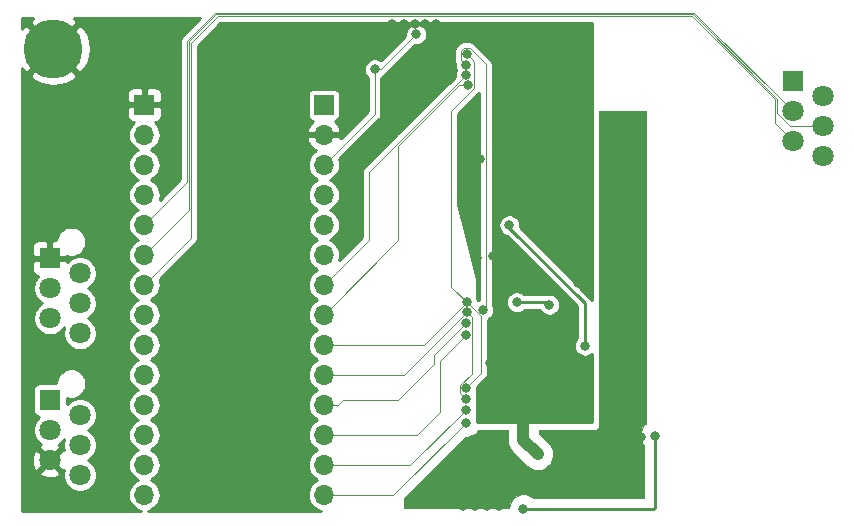
<source format=gbr>
G04 #@! TF.GenerationSoftware,KiCad,Pcbnew,5.1.2-f72e74a~84~ubuntu18.04.1*
G04 #@! TF.CreationDate,2019-08-02T14:19:08+02:00*
G04 #@! TF.ProjectId,board,626f6172-642e-46b6-9963-61645f706362,rev?*
G04 #@! TF.SameCoordinates,Original*
G04 #@! TF.FileFunction,Copper,L2,Bot*
G04 #@! TF.FilePolarity,Positive*
%FSLAX46Y46*%
G04 Gerber Fmt 4.6, Leading zero omitted, Abs format (unit mm)*
G04 Created by KiCad (PCBNEW 5.1.2-f72e74a~84~ubuntu18.04.1) date 2019-08-02 14:19:08*
%MOMM*%
%LPD*%
G04 APERTURE LIST*
%ADD10C,5.000000*%
%ADD11C,1.800000*%
%ADD12R,1.800000X1.800000*%
%ADD13O,1.700000X1.700000*%
%ADD14R,1.700000X1.700000*%
%ADD15C,0.800000*%
%ADD16C,0.100000*%
%ADD17C,0.250000*%
%ADD18C,1.000000*%
%ADD19C,0.025400*%
%ADD20C,0.254000*%
G04 APERTURE END LIST*
D10*
X136300000Y-48250000D03*
D11*
X201440000Y-54810000D03*
X198900000Y-53540000D03*
X201440000Y-52270000D03*
D12*
X198900000Y-51000000D03*
D11*
X198900000Y-56080000D03*
X201440000Y-57350000D03*
X138540000Y-72350000D03*
X136000000Y-71080000D03*
D12*
X136000000Y-66000000D03*
D11*
X138540000Y-67270000D03*
X136000000Y-68540000D03*
X138540000Y-69810000D03*
X138540000Y-84350000D03*
X136000000Y-83080000D03*
D12*
X136000000Y-78000000D03*
D11*
X138540000Y-79270000D03*
X136000000Y-80540000D03*
X138540000Y-81810000D03*
D13*
X144000000Y-86020000D03*
X144000000Y-83480000D03*
X144000000Y-80940000D03*
X144000000Y-78400000D03*
X144000000Y-75860000D03*
X144000000Y-73320000D03*
X144000000Y-70780000D03*
X144000000Y-68240000D03*
X144000000Y-65700000D03*
X144000000Y-63160000D03*
X144000000Y-60620000D03*
X144000000Y-58080000D03*
X144000000Y-55540000D03*
D14*
X144000000Y-53000000D03*
X159200000Y-53000000D03*
D13*
X159200000Y-55540000D03*
X159200000Y-58080000D03*
X159200000Y-60620000D03*
X159200000Y-63160000D03*
X159200000Y-65700000D03*
X159200000Y-68240000D03*
X159200000Y-70780000D03*
X159200000Y-73320000D03*
X159200000Y-75860000D03*
X159200000Y-78400000D03*
X159200000Y-80940000D03*
X159200000Y-83480000D03*
X159200000Y-86020000D03*
D15*
X173300000Y-74900000D03*
X183000000Y-59000000D03*
X184000000Y-59000000D03*
X185000000Y-59000000D03*
X186000000Y-59000000D03*
X183000000Y-66000000D03*
X184000000Y-66000000D03*
X185000000Y-66000000D03*
X186000000Y-66000000D03*
X171500000Y-84000000D03*
X172500000Y-84000000D03*
X173500000Y-84000000D03*
X174500000Y-84000000D03*
X171000000Y-85000000D03*
X172000000Y-85000000D03*
X173000000Y-85000000D03*
X174000000Y-85000000D03*
X170500000Y-86000000D03*
X171500000Y-86000000D03*
X172500000Y-86000000D03*
X173500000Y-86000000D03*
X171000000Y-87000000D03*
X172000000Y-87000000D03*
X173000000Y-87000000D03*
X174000000Y-87000000D03*
X186050000Y-81150000D03*
X186050000Y-79750000D03*
X185400000Y-80450000D03*
X184600000Y-79800000D03*
X184600000Y-81200000D03*
X183900000Y-80500000D03*
X183150000Y-79800000D03*
X182650000Y-80700000D03*
X183450000Y-81250000D03*
X163500000Y-50000000D03*
X167005429Y-47043438D03*
X181300000Y-73400000D03*
X174899990Y-63200000D03*
X175524990Y-69700000D03*
X178300000Y-69925002D03*
X187200000Y-81000000D03*
X176100000Y-87200000D03*
X176000000Y-46500000D03*
X175000000Y-46500000D03*
X174000000Y-46500000D03*
X174500000Y-47500000D03*
X175500000Y-47500000D03*
X172200000Y-66000000D03*
X175700000Y-74650000D03*
X175700000Y-75450000D03*
X175700000Y-76250000D03*
X175700000Y-77050000D03*
X175700000Y-77950000D03*
X175700000Y-78850000D03*
X177300000Y-82600000D03*
X177300000Y-61500000D03*
X178200000Y-61500000D03*
X177700000Y-60700000D03*
X177200000Y-54600000D03*
X178200000Y-54600000D03*
X179100000Y-54600000D03*
X171000000Y-56800000D03*
X171900000Y-56800000D03*
X171500000Y-57600000D03*
X172400000Y-57600000D03*
X173500000Y-65800000D03*
X180700000Y-68100000D03*
X168700000Y-46200000D03*
X167800000Y-46200000D03*
X166900000Y-46200000D03*
X166000000Y-46200000D03*
X165000000Y-46200000D03*
X163700000Y-56200000D03*
X162700000Y-49300000D03*
X171300000Y-48700000D03*
X171300000Y-69700000D03*
X171200000Y-77000000D03*
X171200000Y-49600000D03*
X171300000Y-70550003D03*
X171200000Y-77900000D03*
X172678554Y-70371446D03*
X171200000Y-78800000D03*
X171200000Y-79900000D03*
X171200000Y-71500000D03*
X171200000Y-72500000D03*
X171200000Y-50500000D03*
X171439441Y-51360559D03*
D16*
X163500000Y-53780000D02*
X159200000Y-58080000D01*
X163500000Y-50000000D02*
X163500000Y-53780000D01*
X164048867Y-50000000D02*
X163500000Y-50000000D01*
X167005429Y-47043438D02*
X164048867Y-50000000D01*
D17*
X174899990Y-63399990D02*
X174899990Y-63200000D01*
X181300000Y-73400000D02*
X181300000Y-69800000D01*
X181300000Y-69800000D02*
X174899990Y-63399990D01*
X175524990Y-69700000D02*
X178074998Y-69700000D01*
X178074998Y-69700000D02*
X178300000Y-69925002D01*
X187200000Y-81000000D02*
X187200000Y-87100000D01*
X187200000Y-87100000D02*
X187100000Y-87200000D01*
X187100000Y-87200000D02*
X176100000Y-87200000D01*
D18*
X176100000Y-81400000D02*
X176100000Y-79000000D01*
X177300000Y-82600000D02*
X176100000Y-81400000D01*
D16*
X171300000Y-69700000D02*
X172500000Y-70900000D01*
X172500000Y-75700000D02*
X171200000Y-77000000D01*
X172500000Y-70900000D02*
X172500000Y-75700000D01*
X167680000Y-73320000D02*
X159200000Y-73320000D01*
X171300000Y-69700000D02*
X167680000Y-73320000D01*
X171699999Y-49099999D02*
X171300000Y-48700000D01*
X171939442Y-51600560D02*
X171939442Y-49339442D01*
X171939442Y-49339442D02*
X171699999Y-49099999D01*
X170000000Y-53540002D02*
X171939442Y-51600560D01*
X170000000Y-68400000D02*
X170000000Y-53540002D01*
X171300000Y-69700000D02*
X170000000Y-68400000D01*
X170699999Y-77399999D02*
X170800001Y-77500001D01*
X170800001Y-77500001D02*
X171200000Y-77900000D01*
X170699999Y-76759999D02*
X170699999Y-77399999D01*
X171700001Y-75759997D02*
X170699999Y-76759999D01*
X171700001Y-70950004D02*
X171700001Y-75759997D01*
X171300000Y-70550003D02*
X171700001Y-70950004D01*
X165990003Y-75860000D02*
X171300000Y-70550003D01*
X159200000Y-75860000D02*
X165990003Y-75860000D01*
X172900001Y-70149999D02*
X172678554Y-70371446D01*
X170799999Y-49199999D02*
X170799999Y-48459999D01*
X171059999Y-48199999D02*
X171540001Y-48199999D01*
X171200000Y-49600000D02*
X170799999Y-49199999D01*
X171540001Y-48199999D02*
X172900001Y-49559999D01*
X170799999Y-48459999D02*
X171059999Y-48199999D01*
X172900001Y-49559999D02*
X172900001Y-70149999D01*
X166520000Y-83480000D02*
X159200000Y-83480000D01*
X171200000Y-78800000D02*
X166520000Y-83480000D01*
X165080000Y-86020000D02*
X171200000Y-79900000D01*
X159200000Y-86020000D02*
X165080000Y-86020000D01*
X160402081Y-78400000D02*
X160802081Y-78000000D01*
X159200000Y-78400000D02*
X160402081Y-78400000D01*
X165487854Y-78000000D02*
X168500000Y-74987854D01*
X160802081Y-78000000D02*
X165487854Y-78000000D01*
X168500000Y-74200000D02*
X171200000Y-71500000D01*
X168500000Y-74987854D02*
X168500000Y-74200000D01*
X169000000Y-74700000D02*
X169000000Y-79000000D01*
X171200000Y-72500000D02*
X169000000Y-74700000D01*
X167060000Y-80940000D02*
X159200000Y-80940000D01*
X169000000Y-79000000D02*
X167060000Y-80940000D01*
X170800001Y-50899999D02*
X171200000Y-50500000D01*
X163000000Y-58700000D02*
X170800001Y-50899999D01*
X163000000Y-64440000D02*
X163000000Y-58700000D01*
X159200000Y-68240000D02*
X163000000Y-64440000D01*
X170639441Y-51360559D02*
X171439441Y-51360559D01*
X165500000Y-56500000D02*
X170639441Y-51360559D01*
X159200000Y-70780000D02*
X165500000Y-64480000D01*
X165500000Y-64480000D02*
X165500000Y-56500000D01*
X198689998Y-54810000D02*
X200167208Y-54810000D01*
X197589999Y-53710001D02*
X198689998Y-54810000D01*
X144000000Y-65700000D02*
X147800000Y-61900000D01*
X147800000Y-61900000D02*
X147800000Y-47600000D01*
X150050000Y-45350000D02*
X150050010Y-45350010D01*
X200167208Y-54810000D02*
X201440000Y-54810000D01*
X150050010Y-45350010D02*
X190450010Y-45350010D01*
X147800000Y-47600000D02*
X150050000Y-45350000D01*
X197589999Y-52489999D02*
X197589999Y-53710001D01*
X190450010Y-45350010D02*
X197589999Y-52489999D01*
X190560000Y-45200000D02*
X198900000Y-53540000D01*
X149987854Y-45200000D02*
X190560000Y-45200000D01*
X147600000Y-59560000D02*
X147600000Y-47587854D01*
X147600000Y-47587854D02*
X149987854Y-45200000D01*
X144000000Y-63160000D02*
X147600000Y-59560000D01*
X197400000Y-54580000D02*
X198900000Y-56080000D01*
X144000000Y-68240000D02*
X147950010Y-64289990D01*
X147950010Y-64289990D02*
X147950010Y-47749990D01*
X147950010Y-47749990D02*
X150199980Y-45500020D01*
X150199980Y-45500020D02*
X190387874Y-45500020D01*
X190387874Y-45500020D02*
X197400000Y-52512146D01*
X197400000Y-52512146D02*
X197400000Y-54580000D01*
D19*
G36*
X186487300Y-80017709D02*
G01*
X186426949Y-80058034D01*
X186258034Y-80226949D01*
X186125319Y-80425571D01*
X186033903Y-80646268D01*
X185987300Y-80880559D01*
X185987300Y-81119441D01*
X186033903Y-81353732D01*
X186125319Y-81574429D01*
X186258034Y-81773051D01*
X186262300Y-81777317D01*
X186262301Y-86262300D01*
X176877317Y-86262300D01*
X176873051Y-86258034D01*
X176674429Y-86125319D01*
X176453732Y-86033903D01*
X176219441Y-85987300D01*
X175980559Y-85987300D01*
X175746268Y-86033903D01*
X175525571Y-86125319D01*
X175326949Y-86258034D01*
X175158034Y-86426949D01*
X175025319Y-86625571D01*
X174933903Y-86846268D01*
X174887300Y-87080559D01*
X174887300Y-87162300D01*
X166012700Y-87162300D01*
X166012700Y-86307341D01*
X171207342Y-81112700D01*
X171319441Y-81112700D01*
X171553732Y-81066097D01*
X171774429Y-80974681D01*
X171973051Y-80841966D01*
X172141966Y-80673051D01*
X172249109Y-80512700D01*
X174787300Y-80512700D01*
X174787300Y-81335519D01*
X174780949Y-81400000D01*
X174787300Y-81464481D01*
X174787300Y-81464482D01*
X174806294Y-81657333D01*
X174881356Y-81904778D01*
X175003249Y-82132824D01*
X175167290Y-82332710D01*
X175217384Y-82373821D01*
X176417377Y-83573815D01*
X176567174Y-83696750D01*
X176795221Y-83818643D01*
X177042665Y-83893705D01*
X177299999Y-83919050D01*
X177557334Y-83893705D01*
X177804778Y-83818643D01*
X178032825Y-83696750D01*
X178232709Y-83532709D01*
X178396750Y-83332825D01*
X178518643Y-83104778D01*
X178593705Y-82857334D01*
X178619050Y-82599999D01*
X178593705Y-82342665D01*
X178518643Y-82095221D01*
X178396750Y-81867174D01*
X178273815Y-81717377D01*
X177412700Y-80856263D01*
X177412700Y-80512700D01*
X182500000Y-80512700D01*
X182502478Y-80512456D01*
X182504860Y-80511733D01*
X182507056Y-80510560D01*
X182508980Y-80508980D01*
X182510560Y-80507056D01*
X182511733Y-80504860D01*
X182512456Y-80502478D01*
X182512700Y-80500000D01*
X182512700Y-53512700D01*
X186487300Y-53512700D01*
X186487300Y-80017709D01*
X186487300Y-80017709D01*
G37*
X186487300Y-80017709D02*
X186426949Y-80058034D01*
X186258034Y-80226949D01*
X186125319Y-80425571D01*
X186033903Y-80646268D01*
X185987300Y-80880559D01*
X185987300Y-81119441D01*
X186033903Y-81353732D01*
X186125319Y-81574429D01*
X186258034Y-81773051D01*
X186262300Y-81777317D01*
X186262301Y-86262300D01*
X176877317Y-86262300D01*
X176873051Y-86258034D01*
X176674429Y-86125319D01*
X176453732Y-86033903D01*
X176219441Y-85987300D01*
X175980559Y-85987300D01*
X175746268Y-86033903D01*
X175525571Y-86125319D01*
X175326949Y-86258034D01*
X175158034Y-86426949D01*
X175025319Y-86625571D01*
X174933903Y-86846268D01*
X174887300Y-87080559D01*
X174887300Y-87162300D01*
X166012700Y-87162300D01*
X166012700Y-86307341D01*
X171207342Y-81112700D01*
X171319441Y-81112700D01*
X171553732Y-81066097D01*
X171774429Y-80974681D01*
X171973051Y-80841966D01*
X172141966Y-80673051D01*
X172249109Y-80512700D01*
X174787300Y-80512700D01*
X174787300Y-81335519D01*
X174780949Y-81400000D01*
X174787300Y-81464481D01*
X174787300Y-81464482D01*
X174806294Y-81657333D01*
X174881356Y-81904778D01*
X175003249Y-82132824D01*
X175167290Y-82332710D01*
X175217384Y-82373821D01*
X176417377Y-83573815D01*
X176567174Y-83696750D01*
X176795221Y-83818643D01*
X177042665Y-83893705D01*
X177299999Y-83919050D01*
X177557334Y-83893705D01*
X177804778Y-83818643D01*
X178032825Y-83696750D01*
X178232709Y-83532709D01*
X178396750Y-83332825D01*
X178518643Y-83104778D01*
X178593705Y-82857334D01*
X178619050Y-82599999D01*
X178593705Y-82342665D01*
X178518643Y-82095221D01*
X178396750Y-81867174D01*
X178273815Y-81717377D01*
X177412700Y-80856263D01*
X177412700Y-80512700D01*
X182500000Y-80512700D01*
X182502478Y-80512456D01*
X182504860Y-80511733D01*
X182507056Y-80510560D01*
X182508980Y-80508980D01*
X182510560Y-80507056D01*
X182511733Y-80504860D01*
X182512456Y-80502478D01*
X182512700Y-80500000D01*
X182512700Y-53512700D01*
X186487300Y-53512700D01*
X186487300Y-80017709D01*
D20*
G36*
X134552627Y-45628882D02*
G01*
X134276457Y-46046852D01*
X136300000Y-48070395D01*
X138323543Y-46046852D01*
X138047373Y-45628882D01*
X138043843Y-45627000D01*
X148744853Y-45627000D01*
X147212034Y-47159819D01*
X147190027Y-47177880D01*
X147171966Y-47199887D01*
X147171963Y-47199890D01*
X147160110Y-47214333D01*
X147117922Y-47265739D01*
X147092215Y-47313834D01*
X147064344Y-47365978D01*
X147031349Y-47474743D01*
X147020210Y-47587854D01*
X147023001Y-47616195D01*
X147023000Y-59320999D01*
X145314845Y-61029154D01*
X145357075Y-60889939D01*
X145383662Y-60620000D01*
X145357075Y-60350061D01*
X145278337Y-60090495D01*
X145150473Y-59851279D01*
X144978397Y-59641603D01*
X144768721Y-59469527D01*
X144545102Y-59350000D01*
X144768721Y-59230473D01*
X144978397Y-59058397D01*
X145150473Y-58848721D01*
X145278337Y-58609505D01*
X145357075Y-58349939D01*
X145383662Y-58080000D01*
X145357075Y-57810061D01*
X145278337Y-57550495D01*
X145150473Y-57311279D01*
X144978397Y-57101603D01*
X144768721Y-56929527D01*
X144545102Y-56810000D01*
X144768721Y-56690473D01*
X144978397Y-56518397D01*
X145150473Y-56308721D01*
X145278337Y-56069505D01*
X145357075Y-55809939D01*
X145383662Y-55540000D01*
X145357075Y-55270061D01*
X145278337Y-55010495D01*
X145150473Y-54771279D01*
X144978397Y-54561603D01*
X144884642Y-54484660D01*
X144974482Y-54475812D01*
X145094180Y-54439502D01*
X145204494Y-54380537D01*
X145301185Y-54301185D01*
X145380537Y-54204494D01*
X145439502Y-54094180D01*
X145475812Y-53974482D01*
X145488072Y-53850000D01*
X145485000Y-53285750D01*
X145326250Y-53127000D01*
X144127000Y-53127000D01*
X144127000Y-53147000D01*
X143873000Y-53147000D01*
X143873000Y-53127000D01*
X142673750Y-53127000D01*
X142515000Y-53285750D01*
X142511928Y-53850000D01*
X142524188Y-53974482D01*
X142560498Y-54094180D01*
X142619463Y-54204494D01*
X142698815Y-54301185D01*
X142795506Y-54380537D01*
X142905820Y-54439502D01*
X143025518Y-54475812D01*
X143115358Y-54484660D01*
X143021603Y-54561603D01*
X142849527Y-54771279D01*
X142721663Y-55010495D01*
X142642925Y-55270061D01*
X142616338Y-55540000D01*
X142642925Y-55809939D01*
X142721663Y-56069505D01*
X142849527Y-56308721D01*
X143021603Y-56518397D01*
X143231279Y-56690473D01*
X143454898Y-56810000D01*
X143231279Y-56929527D01*
X143021603Y-57101603D01*
X142849527Y-57311279D01*
X142721663Y-57550495D01*
X142642925Y-57810061D01*
X142616338Y-58080000D01*
X142642925Y-58349939D01*
X142721663Y-58609505D01*
X142849527Y-58848721D01*
X143021603Y-59058397D01*
X143231279Y-59230473D01*
X143454898Y-59350000D01*
X143231279Y-59469527D01*
X143021603Y-59641603D01*
X142849527Y-59851279D01*
X142721663Y-60090495D01*
X142642925Y-60350061D01*
X142616338Y-60620000D01*
X142642925Y-60889939D01*
X142721663Y-61149505D01*
X142849527Y-61388721D01*
X143021603Y-61598397D01*
X143231279Y-61770473D01*
X143454898Y-61890000D01*
X143231279Y-62009527D01*
X143021603Y-62181603D01*
X142849527Y-62391279D01*
X142721663Y-62630495D01*
X142642925Y-62890061D01*
X142616338Y-63160000D01*
X142642925Y-63429939D01*
X142721663Y-63689505D01*
X142849527Y-63928721D01*
X143021603Y-64138397D01*
X143231279Y-64310473D01*
X143454898Y-64430000D01*
X143231279Y-64549527D01*
X143021603Y-64721603D01*
X142849527Y-64931279D01*
X142721663Y-65170495D01*
X142642925Y-65430061D01*
X142616338Y-65700000D01*
X142642925Y-65969939D01*
X142721663Y-66229505D01*
X142849527Y-66468721D01*
X143021603Y-66678397D01*
X143231279Y-66850473D01*
X143454898Y-66970000D01*
X143231279Y-67089527D01*
X143021603Y-67261603D01*
X142849527Y-67471279D01*
X142721663Y-67710495D01*
X142642925Y-67970061D01*
X142616338Y-68240000D01*
X142642925Y-68509939D01*
X142721663Y-68769505D01*
X142849527Y-69008721D01*
X143021603Y-69218397D01*
X143231279Y-69390473D01*
X143454898Y-69510000D01*
X143231279Y-69629527D01*
X143021603Y-69801603D01*
X142849527Y-70011279D01*
X142721663Y-70250495D01*
X142642925Y-70510061D01*
X142616338Y-70780000D01*
X142642925Y-71049939D01*
X142721663Y-71309505D01*
X142849527Y-71548721D01*
X143021603Y-71758397D01*
X143231279Y-71930473D01*
X143454898Y-72050000D01*
X143231279Y-72169527D01*
X143021603Y-72341603D01*
X142849527Y-72551279D01*
X142721663Y-72790495D01*
X142642925Y-73050061D01*
X142616338Y-73320000D01*
X142642925Y-73589939D01*
X142721663Y-73849505D01*
X142849527Y-74088721D01*
X143021603Y-74298397D01*
X143231279Y-74470473D01*
X143454898Y-74590000D01*
X143231279Y-74709527D01*
X143021603Y-74881603D01*
X142849527Y-75091279D01*
X142721663Y-75330495D01*
X142642925Y-75590061D01*
X142616338Y-75860000D01*
X142642925Y-76129939D01*
X142721663Y-76389505D01*
X142849527Y-76628721D01*
X143021603Y-76838397D01*
X143231279Y-77010473D01*
X143454898Y-77130000D01*
X143231279Y-77249527D01*
X143021603Y-77421603D01*
X142849527Y-77631279D01*
X142721663Y-77870495D01*
X142642925Y-78130061D01*
X142616338Y-78400000D01*
X142642925Y-78669939D01*
X142721663Y-78929505D01*
X142849527Y-79168721D01*
X143021603Y-79378397D01*
X143231279Y-79550473D01*
X143454898Y-79670000D01*
X143231279Y-79789527D01*
X143021603Y-79961603D01*
X142849527Y-80171279D01*
X142721663Y-80410495D01*
X142642925Y-80670061D01*
X142616338Y-80940000D01*
X142642925Y-81209939D01*
X142721663Y-81469505D01*
X142849527Y-81708721D01*
X143021603Y-81918397D01*
X143231279Y-82090473D01*
X143454898Y-82210000D01*
X143231279Y-82329527D01*
X143021603Y-82501603D01*
X142849527Y-82711279D01*
X142721663Y-82950495D01*
X142642925Y-83210061D01*
X142616338Y-83480000D01*
X142642925Y-83749939D01*
X142721663Y-84009505D01*
X142849527Y-84248721D01*
X143021603Y-84458397D01*
X143231279Y-84630473D01*
X143454898Y-84750000D01*
X143231279Y-84869527D01*
X143021603Y-85041603D01*
X142849527Y-85251279D01*
X142721663Y-85490495D01*
X142642925Y-85750061D01*
X142616338Y-86020000D01*
X142642925Y-86289939D01*
X142721663Y-86549505D01*
X142849527Y-86788721D01*
X143021603Y-86998397D01*
X143231279Y-87170473D01*
X143470495Y-87298337D01*
X143716627Y-87373000D01*
X133627000Y-87373000D01*
X133627000Y-84144080D01*
X135115525Y-84144080D01*
X135199208Y-84398261D01*
X135471775Y-84529158D01*
X135764642Y-84604365D01*
X136066553Y-84620991D01*
X136365907Y-84578397D01*
X136651199Y-84478222D01*
X136800792Y-84398261D01*
X136884475Y-84144080D01*
X136000000Y-83259605D01*
X135115525Y-84144080D01*
X133627000Y-84144080D01*
X133627000Y-83146553D01*
X134459009Y-83146553D01*
X134501603Y-83445907D01*
X134601778Y-83731199D01*
X134681739Y-83880792D01*
X134935920Y-83964475D01*
X135820395Y-83080000D01*
X134935920Y-82195525D01*
X134681739Y-82279208D01*
X134550842Y-82551775D01*
X134475635Y-82844642D01*
X134459009Y-83146553D01*
X133627000Y-83146553D01*
X133627000Y-77100000D01*
X134570451Y-77100000D01*
X134570451Y-78900000D01*
X134580626Y-79003310D01*
X134610761Y-79102650D01*
X134659696Y-79194202D01*
X134725552Y-79274448D01*
X134805798Y-79340304D01*
X134897350Y-79389239D01*
X134996690Y-79419374D01*
X135094225Y-79428980D01*
X135090340Y-79431576D01*
X134891576Y-79630340D01*
X134735409Y-79864062D01*
X134627838Y-80123759D01*
X134573000Y-80399453D01*
X134573000Y-80680547D01*
X134627838Y-80956241D01*
X134735409Y-81215938D01*
X134891576Y-81449660D01*
X135090340Y-81648424D01*
X135232942Y-81743707D01*
X135199208Y-81761739D01*
X135115525Y-82015920D01*
X136000000Y-82900395D01*
X136884475Y-82015920D01*
X136800792Y-81761739D01*
X136765463Y-81744773D01*
X136909660Y-81648424D01*
X137108424Y-81449660D01*
X137203823Y-81306884D01*
X137167838Y-81393759D01*
X137113000Y-81669453D01*
X137113000Y-81950547D01*
X137167838Y-82226241D01*
X137169490Y-82230229D01*
X137064080Y-82195525D01*
X136179605Y-83080000D01*
X137064080Y-83964475D01*
X137169490Y-83929771D01*
X137167838Y-83933759D01*
X137113000Y-84209453D01*
X137113000Y-84490547D01*
X137167838Y-84766241D01*
X137275409Y-85025938D01*
X137431576Y-85259660D01*
X137630340Y-85458424D01*
X137864062Y-85614591D01*
X138123759Y-85722162D01*
X138399453Y-85777000D01*
X138680547Y-85777000D01*
X138956241Y-85722162D01*
X139215938Y-85614591D01*
X139449660Y-85458424D01*
X139648424Y-85259660D01*
X139804591Y-85025938D01*
X139912162Y-84766241D01*
X139967000Y-84490547D01*
X139967000Y-84209453D01*
X139912162Y-83933759D01*
X139804591Y-83674062D01*
X139648424Y-83440340D01*
X139449660Y-83241576D01*
X139215938Y-83085409D01*
X139202880Y-83080000D01*
X139215938Y-83074591D01*
X139449660Y-82918424D01*
X139648424Y-82719660D01*
X139804591Y-82485938D01*
X139912162Y-82226241D01*
X139967000Y-81950547D01*
X139967000Y-81669453D01*
X139912162Y-81393759D01*
X139804591Y-81134062D01*
X139648424Y-80900340D01*
X139449660Y-80701576D01*
X139215938Y-80545409D01*
X139202880Y-80540000D01*
X139215938Y-80534591D01*
X139449660Y-80378424D01*
X139648424Y-80179660D01*
X139804591Y-79945938D01*
X139912162Y-79686241D01*
X139967000Y-79410547D01*
X139967000Y-79129453D01*
X139912162Y-78853759D01*
X139804591Y-78594062D01*
X139648424Y-78360340D01*
X139449660Y-78161576D01*
X139215938Y-78005409D01*
X138956241Y-77897838D01*
X138680547Y-77843000D01*
X138399453Y-77843000D01*
X138123759Y-77897838D01*
X137864062Y-78005409D01*
X137630340Y-78161576D01*
X137431576Y-78360340D01*
X137429549Y-78363374D01*
X137429549Y-77828382D01*
X137674222Y-77877050D01*
X137925778Y-77877050D01*
X138172502Y-77827974D01*
X138404910Y-77731707D01*
X138614072Y-77591949D01*
X138791949Y-77414072D01*
X138931707Y-77204910D01*
X139027974Y-76972502D01*
X139077050Y-76725778D01*
X139077050Y-76474222D01*
X139027974Y-76227498D01*
X138931707Y-75995090D01*
X138791949Y-75785928D01*
X138614072Y-75608051D01*
X138404910Y-75468293D01*
X138172502Y-75372026D01*
X137925778Y-75322950D01*
X137674222Y-75322950D01*
X137427498Y-75372026D01*
X137195090Y-75468293D01*
X136985928Y-75608051D01*
X136808051Y-75785928D01*
X136668293Y-75995090D01*
X136572026Y-76227498D01*
X136522950Y-76474222D01*
X136522950Y-76570451D01*
X135100000Y-76570451D01*
X134996690Y-76580626D01*
X134897350Y-76610761D01*
X134805798Y-76659696D01*
X134725552Y-76725552D01*
X134659696Y-76805798D01*
X134610761Y-76897350D01*
X134580626Y-76996690D01*
X134570451Y-77100000D01*
X133627000Y-77100000D01*
X133627000Y-66900000D01*
X134461928Y-66900000D01*
X134474188Y-67024482D01*
X134510498Y-67144180D01*
X134569463Y-67254494D01*
X134648815Y-67351185D01*
X134745506Y-67430537D01*
X134855820Y-67489502D01*
X134975518Y-67525812D01*
X134994258Y-67527658D01*
X134891576Y-67630340D01*
X134735409Y-67864062D01*
X134627838Y-68123759D01*
X134573000Y-68399453D01*
X134573000Y-68680547D01*
X134627838Y-68956241D01*
X134735409Y-69215938D01*
X134891576Y-69449660D01*
X135090340Y-69648424D01*
X135324062Y-69804591D01*
X135337120Y-69810000D01*
X135324062Y-69815409D01*
X135090340Y-69971576D01*
X134891576Y-70170340D01*
X134735409Y-70404062D01*
X134627838Y-70663759D01*
X134573000Y-70939453D01*
X134573000Y-71220547D01*
X134627838Y-71496241D01*
X134735409Y-71755938D01*
X134891576Y-71989660D01*
X135090340Y-72188424D01*
X135324062Y-72344591D01*
X135583759Y-72452162D01*
X135859453Y-72507000D01*
X136140547Y-72507000D01*
X136416241Y-72452162D01*
X136675938Y-72344591D01*
X136909660Y-72188424D01*
X137108424Y-71989660D01*
X137203823Y-71846884D01*
X137167838Y-71933759D01*
X137113000Y-72209453D01*
X137113000Y-72490547D01*
X137167838Y-72766241D01*
X137275409Y-73025938D01*
X137431576Y-73259660D01*
X137630340Y-73458424D01*
X137864062Y-73614591D01*
X138123759Y-73722162D01*
X138399453Y-73777000D01*
X138680547Y-73777000D01*
X138956241Y-73722162D01*
X139215938Y-73614591D01*
X139449660Y-73458424D01*
X139648424Y-73259660D01*
X139804591Y-73025938D01*
X139912162Y-72766241D01*
X139967000Y-72490547D01*
X139967000Y-72209453D01*
X139912162Y-71933759D01*
X139804591Y-71674062D01*
X139648424Y-71440340D01*
X139449660Y-71241576D01*
X139215938Y-71085409D01*
X139202880Y-71080000D01*
X139215938Y-71074591D01*
X139449660Y-70918424D01*
X139648424Y-70719660D01*
X139804591Y-70485938D01*
X139912162Y-70226241D01*
X139967000Y-69950547D01*
X139967000Y-69669453D01*
X139912162Y-69393759D01*
X139804591Y-69134062D01*
X139648424Y-68900340D01*
X139449660Y-68701576D01*
X139215938Y-68545409D01*
X139202880Y-68540000D01*
X139215938Y-68534591D01*
X139449660Y-68378424D01*
X139648424Y-68179660D01*
X139804591Y-67945938D01*
X139912162Y-67686241D01*
X139967000Y-67410547D01*
X139967000Y-67129453D01*
X139912162Y-66853759D01*
X139804591Y-66594062D01*
X139648424Y-66360340D01*
X139449660Y-66161576D01*
X139215938Y-66005409D01*
X138956241Y-65897838D01*
X138680547Y-65843000D01*
X138399453Y-65843000D01*
X138123759Y-65897838D01*
X137864062Y-66005409D01*
X137630340Y-66161576D01*
X137520583Y-66271333D01*
X137376250Y-66127000D01*
X136127000Y-66127000D01*
X136127000Y-66147000D01*
X135873000Y-66147000D01*
X135873000Y-66127000D01*
X134623750Y-66127000D01*
X134465000Y-66285750D01*
X134461928Y-66900000D01*
X133627000Y-66900000D01*
X133627000Y-65100000D01*
X134461928Y-65100000D01*
X134465000Y-65714250D01*
X134623750Y-65873000D01*
X135873000Y-65873000D01*
X135873000Y-64623750D01*
X136127000Y-64623750D01*
X136127000Y-65873000D01*
X137376250Y-65873000D01*
X137423098Y-65826152D01*
X137427498Y-65827974D01*
X137674222Y-65877050D01*
X137925778Y-65877050D01*
X138172502Y-65827974D01*
X138404910Y-65731707D01*
X138614072Y-65591949D01*
X138791949Y-65414072D01*
X138931707Y-65204910D01*
X139027974Y-64972502D01*
X139077050Y-64725778D01*
X139077050Y-64474222D01*
X139027974Y-64227498D01*
X138931707Y-63995090D01*
X138791949Y-63785928D01*
X138614072Y-63608051D01*
X138404910Y-63468293D01*
X138172502Y-63372026D01*
X137925778Y-63322950D01*
X137674222Y-63322950D01*
X137427498Y-63372026D01*
X137195090Y-63468293D01*
X136985928Y-63608051D01*
X136808051Y-63785928D01*
X136668293Y-63995090D01*
X136572026Y-64227498D01*
X136525022Y-64463803D01*
X136285750Y-64465000D01*
X136127000Y-64623750D01*
X135873000Y-64623750D01*
X135714250Y-64465000D01*
X135100000Y-64461928D01*
X134975518Y-64474188D01*
X134855820Y-64510498D01*
X134745506Y-64569463D01*
X134648815Y-64648815D01*
X134569463Y-64745506D01*
X134510498Y-64855820D01*
X134474188Y-64975518D01*
X134461928Y-65100000D01*
X133627000Y-65100000D01*
X133627000Y-52150000D01*
X142511928Y-52150000D01*
X142515000Y-52714250D01*
X142673750Y-52873000D01*
X143873000Y-52873000D01*
X143873000Y-51673750D01*
X144127000Y-51673750D01*
X144127000Y-52873000D01*
X145326250Y-52873000D01*
X145485000Y-52714250D01*
X145488072Y-52150000D01*
X145475812Y-52025518D01*
X145439502Y-51905820D01*
X145380537Y-51795506D01*
X145301185Y-51698815D01*
X145204494Y-51619463D01*
X145094180Y-51560498D01*
X144974482Y-51524188D01*
X144850000Y-51511928D01*
X144285750Y-51515000D01*
X144127000Y-51673750D01*
X143873000Y-51673750D01*
X143714250Y-51515000D01*
X143150000Y-51511928D01*
X143025518Y-51524188D01*
X142905820Y-51560498D01*
X142795506Y-51619463D01*
X142698815Y-51698815D01*
X142619463Y-51795506D01*
X142560498Y-51905820D01*
X142524188Y-52025518D01*
X142511928Y-52150000D01*
X133627000Y-52150000D01*
X133627000Y-50453148D01*
X134276457Y-50453148D01*
X134552627Y-50871118D01*
X135097557Y-51161649D01*
X135688696Y-51340287D01*
X136303328Y-51400168D01*
X136917831Y-51338990D01*
X137508592Y-51159103D01*
X138047373Y-50871118D01*
X138323543Y-50453148D01*
X136300000Y-48429605D01*
X134276457Y-50453148D01*
X133627000Y-50453148D01*
X133627000Y-49900309D01*
X133678882Y-49997373D01*
X134096852Y-50273543D01*
X136120395Y-48250000D01*
X136479605Y-48250000D01*
X138503148Y-50273543D01*
X138921118Y-49997373D01*
X139211649Y-49452443D01*
X139390287Y-48861304D01*
X139450168Y-48246672D01*
X139388990Y-47632169D01*
X139209103Y-47041408D01*
X138921118Y-46502627D01*
X138503148Y-46226457D01*
X136479605Y-48250000D01*
X136120395Y-48250000D01*
X134096852Y-46226457D01*
X133678882Y-46502627D01*
X133627000Y-46599939D01*
X133627000Y-45627000D01*
X134556148Y-45627000D01*
X134552627Y-45628882D01*
X134552627Y-45628882D01*
G37*
X134552627Y-45628882D02*
X134276457Y-46046852D01*
X136300000Y-48070395D01*
X138323543Y-46046852D01*
X138047373Y-45628882D01*
X138043843Y-45627000D01*
X148744853Y-45627000D01*
X147212034Y-47159819D01*
X147190027Y-47177880D01*
X147171966Y-47199887D01*
X147171963Y-47199890D01*
X147160110Y-47214333D01*
X147117922Y-47265739D01*
X147092215Y-47313834D01*
X147064344Y-47365978D01*
X147031349Y-47474743D01*
X147020210Y-47587854D01*
X147023001Y-47616195D01*
X147023000Y-59320999D01*
X145314845Y-61029154D01*
X145357075Y-60889939D01*
X145383662Y-60620000D01*
X145357075Y-60350061D01*
X145278337Y-60090495D01*
X145150473Y-59851279D01*
X144978397Y-59641603D01*
X144768721Y-59469527D01*
X144545102Y-59350000D01*
X144768721Y-59230473D01*
X144978397Y-59058397D01*
X145150473Y-58848721D01*
X145278337Y-58609505D01*
X145357075Y-58349939D01*
X145383662Y-58080000D01*
X145357075Y-57810061D01*
X145278337Y-57550495D01*
X145150473Y-57311279D01*
X144978397Y-57101603D01*
X144768721Y-56929527D01*
X144545102Y-56810000D01*
X144768721Y-56690473D01*
X144978397Y-56518397D01*
X145150473Y-56308721D01*
X145278337Y-56069505D01*
X145357075Y-55809939D01*
X145383662Y-55540000D01*
X145357075Y-55270061D01*
X145278337Y-55010495D01*
X145150473Y-54771279D01*
X144978397Y-54561603D01*
X144884642Y-54484660D01*
X144974482Y-54475812D01*
X145094180Y-54439502D01*
X145204494Y-54380537D01*
X145301185Y-54301185D01*
X145380537Y-54204494D01*
X145439502Y-54094180D01*
X145475812Y-53974482D01*
X145488072Y-53850000D01*
X145485000Y-53285750D01*
X145326250Y-53127000D01*
X144127000Y-53127000D01*
X144127000Y-53147000D01*
X143873000Y-53147000D01*
X143873000Y-53127000D01*
X142673750Y-53127000D01*
X142515000Y-53285750D01*
X142511928Y-53850000D01*
X142524188Y-53974482D01*
X142560498Y-54094180D01*
X142619463Y-54204494D01*
X142698815Y-54301185D01*
X142795506Y-54380537D01*
X142905820Y-54439502D01*
X143025518Y-54475812D01*
X143115358Y-54484660D01*
X143021603Y-54561603D01*
X142849527Y-54771279D01*
X142721663Y-55010495D01*
X142642925Y-55270061D01*
X142616338Y-55540000D01*
X142642925Y-55809939D01*
X142721663Y-56069505D01*
X142849527Y-56308721D01*
X143021603Y-56518397D01*
X143231279Y-56690473D01*
X143454898Y-56810000D01*
X143231279Y-56929527D01*
X143021603Y-57101603D01*
X142849527Y-57311279D01*
X142721663Y-57550495D01*
X142642925Y-57810061D01*
X142616338Y-58080000D01*
X142642925Y-58349939D01*
X142721663Y-58609505D01*
X142849527Y-58848721D01*
X143021603Y-59058397D01*
X143231279Y-59230473D01*
X143454898Y-59350000D01*
X143231279Y-59469527D01*
X143021603Y-59641603D01*
X142849527Y-59851279D01*
X142721663Y-60090495D01*
X142642925Y-60350061D01*
X142616338Y-60620000D01*
X142642925Y-60889939D01*
X142721663Y-61149505D01*
X142849527Y-61388721D01*
X143021603Y-61598397D01*
X143231279Y-61770473D01*
X143454898Y-61890000D01*
X143231279Y-62009527D01*
X143021603Y-62181603D01*
X142849527Y-62391279D01*
X142721663Y-62630495D01*
X142642925Y-62890061D01*
X142616338Y-63160000D01*
X142642925Y-63429939D01*
X142721663Y-63689505D01*
X142849527Y-63928721D01*
X143021603Y-64138397D01*
X143231279Y-64310473D01*
X143454898Y-64430000D01*
X143231279Y-64549527D01*
X143021603Y-64721603D01*
X142849527Y-64931279D01*
X142721663Y-65170495D01*
X142642925Y-65430061D01*
X142616338Y-65700000D01*
X142642925Y-65969939D01*
X142721663Y-66229505D01*
X142849527Y-66468721D01*
X143021603Y-66678397D01*
X143231279Y-66850473D01*
X143454898Y-66970000D01*
X143231279Y-67089527D01*
X143021603Y-67261603D01*
X142849527Y-67471279D01*
X142721663Y-67710495D01*
X142642925Y-67970061D01*
X142616338Y-68240000D01*
X142642925Y-68509939D01*
X142721663Y-68769505D01*
X142849527Y-69008721D01*
X143021603Y-69218397D01*
X143231279Y-69390473D01*
X143454898Y-69510000D01*
X143231279Y-69629527D01*
X143021603Y-69801603D01*
X142849527Y-70011279D01*
X142721663Y-70250495D01*
X142642925Y-70510061D01*
X142616338Y-70780000D01*
X142642925Y-71049939D01*
X142721663Y-71309505D01*
X142849527Y-71548721D01*
X143021603Y-71758397D01*
X143231279Y-71930473D01*
X143454898Y-72050000D01*
X143231279Y-72169527D01*
X143021603Y-72341603D01*
X142849527Y-72551279D01*
X142721663Y-72790495D01*
X142642925Y-73050061D01*
X142616338Y-73320000D01*
X142642925Y-73589939D01*
X142721663Y-73849505D01*
X142849527Y-74088721D01*
X143021603Y-74298397D01*
X143231279Y-74470473D01*
X143454898Y-74590000D01*
X143231279Y-74709527D01*
X143021603Y-74881603D01*
X142849527Y-75091279D01*
X142721663Y-75330495D01*
X142642925Y-75590061D01*
X142616338Y-75860000D01*
X142642925Y-76129939D01*
X142721663Y-76389505D01*
X142849527Y-76628721D01*
X143021603Y-76838397D01*
X143231279Y-77010473D01*
X143454898Y-77130000D01*
X143231279Y-77249527D01*
X143021603Y-77421603D01*
X142849527Y-77631279D01*
X142721663Y-77870495D01*
X142642925Y-78130061D01*
X142616338Y-78400000D01*
X142642925Y-78669939D01*
X142721663Y-78929505D01*
X142849527Y-79168721D01*
X143021603Y-79378397D01*
X143231279Y-79550473D01*
X143454898Y-79670000D01*
X143231279Y-79789527D01*
X143021603Y-79961603D01*
X142849527Y-80171279D01*
X142721663Y-80410495D01*
X142642925Y-80670061D01*
X142616338Y-80940000D01*
X142642925Y-81209939D01*
X142721663Y-81469505D01*
X142849527Y-81708721D01*
X143021603Y-81918397D01*
X143231279Y-82090473D01*
X143454898Y-82210000D01*
X143231279Y-82329527D01*
X143021603Y-82501603D01*
X142849527Y-82711279D01*
X142721663Y-82950495D01*
X142642925Y-83210061D01*
X142616338Y-83480000D01*
X142642925Y-83749939D01*
X142721663Y-84009505D01*
X142849527Y-84248721D01*
X143021603Y-84458397D01*
X143231279Y-84630473D01*
X143454898Y-84750000D01*
X143231279Y-84869527D01*
X143021603Y-85041603D01*
X142849527Y-85251279D01*
X142721663Y-85490495D01*
X142642925Y-85750061D01*
X142616338Y-86020000D01*
X142642925Y-86289939D01*
X142721663Y-86549505D01*
X142849527Y-86788721D01*
X143021603Y-86998397D01*
X143231279Y-87170473D01*
X143470495Y-87298337D01*
X143716627Y-87373000D01*
X133627000Y-87373000D01*
X133627000Y-84144080D01*
X135115525Y-84144080D01*
X135199208Y-84398261D01*
X135471775Y-84529158D01*
X135764642Y-84604365D01*
X136066553Y-84620991D01*
X136365907Y-84578397D01*
X136651199Y-84478222D01*
X136800792Y-84398261D01*
X136884475Y-84144080D01*
X136000000Y-83259605D01*
X135115525Y-84144080D01*
X133627000Y-84144080D01*
X133627000Y-83146553D01*
X134459009Y-83146553D01*
X134501603Y-83445907D01*
X134601778Y-83731199D01*
X134681739Y-83880792D01*
X134935920Y-83964475D01*
X135820395Y-83080000D01*
X134935920Y-82195525D01*
X134681739Y-82279208D01*
X134550842Y-82551775D01*
X134475635Y-82844642D01*
X134459009Y-83146553D01*
X133627000Y-83146553D01*
X133627000Y-77100000D01*
X134570451Y-77100000D01*
X134570451Y-78900000D01*
X134580626Y-79003310D01*
X134610761Y-79102650D01*
X134659696Y-79194202D01*
X134725552Y-79274448D01*
X134805798Y-79340304D01*
X134897350Y-79389239D01*
X134996690Y-79419374D01*
X135094225Y-79428980D01*
X135090340Y-79431576D01*
X134891576Y-79630340D01*
X134735409Y-79864062D01*
X134627838Y-80123759D01*
X134573000Y-80399453D01*
X134573000Y-80680547D01*
X134627838Y-80956241D01*
X134735409Y-81215938D01*
X134891576Y-81449660D01*
X135090340Y-81648424D01*
X135232942Y-81743707D01*
X135199208Y-81761739D01*
X135115525Y-82015920D01*
X136000000Y-82900395D01*
X136884475Y-82015920D01*
X136800792Y-81761739D01*
X136765463Y-81744773D01*
X136909660Y-81648424D01*
X137108424Y-81449660D01*
X137203823Y-81306884D01*
X137167838Y-81393759D01*
X137113000Y-81669453D01*
X137113000Y-81950547D01*
X137167838Y-82226241D01*
X137169490Y-82230229D01*
X137064080Y-82195525D01*
X136179605Y-83080000D01*
X137064080Y-83964475D01*
X137169490Y-83929771D01*
X137167838Y-83933759D01*
X137113000Y-84209453D01*
X137113000Y-84490547D01*
X137167838Y-84766241D01*
X137275409Y-85025938D01*
X137431576Y-85259660D01*
X137630340Y-85458424D01*
X137864062Y-85614591D01*
X138123759Y-85722162D01*
X138399453Y-85777000D01*
X138680547Y-85777000D01*
X138956241Y-85722162D01*
X139215938Y-85614591D01*
X139449660Y-85458424D01*
X139648424Y-85259660D01*
X139804591Y-85025938D01*
X139912162Y-84766241D01*
X139967000Y-84490547D01*
X139967000Y-84209453D01*
X139912162Y-83933759D01*
X139804591Y-83674062D01*
X139648424Y-83440340D01*
X139449660Y-83241576D01*
X139215938Y-83085409D01*
X139202880Y-83080000D01*
X139215938Y-83074591D01*
X139449660Y-82918424D01*
X139648424Y-82719660D01*
X139804591Y-82485938D01*
X139912162Y-82226241D01*
X139967000Y-81950547D01*
X139967000Y-81669453D01*
X139912162Y-81393759D01*
X139804591Y-81134062D01*
X139648424Y-80900340D01*
X139449660Y-80701576D01*
X139215938Y-80545409D01*
X139202880Y-80540000D01*
X139215938Y-80534591D01*
X139449660Y-80378424D01*
X139648424Y-80179660D01*
X139804591Y-79945938D01*
X139912162Y-79686241D01*
X139967000Y-79410547D01*
X139967000Y-79129453D01*
X139912162Y-78853759D01*
X139804591Y-78594062D01*
X139648424Y-78360340D01*
X139449660Y-78161576D01*
X139215938Y-78005409D01*
X138956241Y-77897838D01*
X138680547Y-77843000D01*
X138399453Y-77843000D01*
X138123759Y-77897838D01*
X137864062Y-78005409D01*
X137630340Y-78161576D01*
X137431576Y-78360340D01*
X137429549Y-78363374D01*
X137429549Y-77828382D01*
X137674222Y-77877050D01*
X137925778Y-77877050D01*
X138172502Y-77827974D01*
X138404910Y-77731707D01*
X138614072Y-77591949D01*
X138791949Y-77414072D01*
X138931707Y-77204910D01*
X139027974Y-76972502D01*
X139077050Y-76725778D01*
X139077050Y-76474222D01*
X139027974Y-76227498D01*
X138931707Y-75995090D01*
X138791949Y-75785928D01*
X138614072Y-75608051D01*
X138404910Y-75468293D01*
X138172502Y-75372026D01*
X137925778Y-75322950D01*
X137674222Y-75322950D01*
X137427498Y-75372026D01*
X137195090Y-75468293D01*
X136985928Y-75608051D01*
X136808051Y-75785928D01*
X136668293Y-75995090D01*
X136572026Y-76227498D01*
X136522950Y-76474222D01*
X136522950Y-76570451D01*
X135100000Y-76570451D01*
X134996690Y-76580626D01*
X134897350Y-76610761D01*
X134805798Y-76659696D01*
X134725552Y-76725552D01*
X134659696Y-76805798D01*
X134610761Y-76897350D01*
X134580626Y-76996690D01*
X134570451Y-77100000D01*
X133627000Y-77100000D01*
X133627000Y-66900000D01*
X134461928Y-66900000D01*
X134474188Y-67024482D01*
X134510498Y-67144180D01*
X134569463Y-67254494D01*
X134648815Y-67351185D01*
X134745506Y-67430537D01*
X134855820Y-67489502D01*
X134975518Y-67525812D01*
X134994258Y-67527658D01*
X134891576Y-67630340D01*
X134735409Y-67864062D01*
X134627838Y-68123759D01*
X134573000Y-68399453D01*
X134573000Y-68680547D01*
X134627838Y-68956241D01*
X134735409Y-69215938D01*
X134891576Y-69449660D01*
X135090340Y-69648424D01*
X135324062Y-69804591D01*
X135337120Y-69810000D01*
X135324062Y-69815409D01*
X135090340Y-69971576D01*
X134891576Y-70170340D01*
X134735409Y-70404062D01*
X134627838Y-70663759D01*
X134573000Y-70939453D01*
X134573000Y-71220547D01*
X134627838Y-71496241D01*
X134735409Y-71755938D01*
X134891576Y-71989660D01*
X135090340Y-72188424D01*
X135324062Y-72344591D01*
X135583759Y-72452162D01*
X135859453Y-72507000D01*
X136140547Y-72507000D01*
X136416241Y-72452162D01*
X136675938Y-72344591D01*
X136909660Y-72188424D01*
X137108424Y-71989660D01*
X137203823Y-71846884D01*
X137167838Y-71933759D01*
X137113000Y-72209453D01*
X137113000Y-72490547D01*
X137167838Y-72766241D01*
X137275409Y-73025938D01*
X137431576Y-73259660D01*
X137630340Y-73458424D01*
X137864062Y-73614591D01*
X138123759Y-73722162D01*
X138399453Y-73777000D01*
X138680547Y-73777000D01*
X138956241Y-73722162D01*
X139215938Y-73614591D01*
X139449660Y-73458424D01*
X139648424Y-73259660D01*
X139804591Y-73025938D01*
X139912162Y-72766241D01*
X139967000Y-72490547D01*
X139967000Y-72209453D01*
X139912162Y-71933759D01*
X139804591Y-71674062D01*
X139648424Y-71440340D01*
X139449660Y-71241576D01*
X139215938Y-71085409D01*
X139202880Y-71080000D01*
X139215938Y-71074591D01*
X139449660Y-70918424D01*
X139648424Y-70719660D01*
X139804591Y-70485938D01*
X139912162Y-70226241D01*
X139967000Y-69950547D01*
X139967000Y-69669453D01*
X139912162Y-69393759D01*
X139804591Y-69134062D01*
X139648424Y-68900340D01*
X139449660Y-68701576D01*
X139215938Y-68545409D01*
X139202880Y-68540000D01*
X139215938Y-68534591D01*
X139449660Y-68378424D01*
X139648424Y-68179660D01*
X139804591Y-67945938D01*
X139912162Y-67686241D01*
X139967000Y-67410547D01*
X139967000Y-67129453D01*
X139912162Y-66853759D01*
X139804591Y-66594062D01*
X139648424Y-66360340D01*
X139449660Y-66161576D01*
X139215938Y-66005409D01*
X138956241Y-65897838D01*
X138680547Y-65843000D01*
X138399453Y-65843000D01*
X138123759Y-65897838D01*
X137864062Y-66005409D01*
X137630340Y-66161576D01*
X137520583Y-66271333D01*
X137376250Y-66127000D01*
X136127000Y-66127000D01*
X136127000Y-66147000D01*
X135873000Y-66147000D01*
X135873000Y-66127000D01*
X134623750Y-66127000D01*
X134465000Y-66285750D01*
X134461928Y-66900000D01*
X133627000Y-66900000D01*
X133627000Y-65100000D01*
X134461928Y-65100000D01*
X134465000Y-65714250D01*
X134623750Y-65873000D01*
X135873000Y-65873000D01*
X135873000Y-64623750D01*
X136127000Y-64623750D01*
X136127000Y-65873000D01*
X137376250Y-65873000D01*
X137423098Y-65826152D01*
X137427498Y-65827974D01*
X137674222Y-65877050D01*
X137925778Y-65877050D01*
X138172502Y-65827974D01*
X138404910Y-65731707D01*
X138614072Y-65591949D01*
X138791949Y-65414072D01*
X138931707Y-65204910D01*
X139027974Y-64972502D01*
X139077050Y-64725778D01*
X139077050Y-64474222D01*
X139027974Y-64227498D01*
X138931707Y-63995090D01*
X138791949Y-63785928D01*
X138614072Y-63608051D01*
X138404910Y-63468293D01*
X138172502Y-63372026D01*
X137925778Y-63322950D01*
X137674222Y-63322950D01*
X137427498Y-63372026D01*
X137195090Y-63468293D01*
X136985928Y-63608051D01*
X136808051Y-63785928D01*
X136668293Y-63995090D01*
X136572026Y-64227498D01*
X136525022Y-64463803D01*
X136285750Y-64465000D01*
X136127000Y-64623750D01*
X135873000Y-64623750D01*
X135714250Y-64465000D01*
X135100000Y-64461928D01*
X134975518Y-64474188D01*
X134855820Y-64510498D01*
X134745506Y-64569463D01*
X134648815Y-64648815D01*
X134569463Y-64745506D01*
X134510498Y-64855820D01*
X134474188Y-64975518D01*
X134461928Y-65100000D01*
X133627000Y-65100000D01*
X133627000Y-52150000D01*
X142511928Y-52150000D01*
X142515000Y-52714250D01*
X142673750Y-52873000D01*
X143873000Y-52873000D01*
X143873000Y-51673750D01*
X144127000Y-51673750D01*
X144127000Y-52873000D01*
X145326250Y-52873000D01*
X145485000Y-52714250D01*
X145488072Y-52150000D01*
X145475812Y-52025518D01*
X145439502Y-51905820D01*
X145380537Y-51795506D01*
X145301185Y-51698815D01*
X145204494Y-51619463D01*
X145094180Y-51560498D01*
X144974482Y-51524188D01*
X144850000Y-51511928D01*
X144285750Y-51515000D01*
X144127000Y-51673750D01*
X143873000Y-51673750D01*
X143714250Y-51515000D01*
X143150000Y-51511928D01*
X143025518Y-51524188D01*
X142905820Y-51560498D01*
X142795506Y-51619463D01*
X142698815Y-51698815D01*
X142619463Y-51795506D01*
X142560498Y-51905820D01*
X142524188Y-52025518D01*
X142511928Y-52150000D01*
X133627000Y-52150000D01*
X133627000Y-50453148D01*
X134276457Y-50453148D01*
X134552627Y-50871118D01*
X135097557Y-51161649D01*
X135688696Y-51340287D01*
X136303328Y-51400168D01*
X136917831Y-51338990D01*
X137508592Y-51159103D01*
X138047373Y-50871118D01*
X138323543Y-50453148D01*
X136300000Y-48429605D01*
X134276457Y-50453148D01*
X133627000Y-50453148D01*
X133627000Y-49900309D01*
X133678882Y-49997373D01*
X134096852Y-50273543D01*
X136120395Y-48250000D01*
X136479605Y-48250000D01*
X138503148Y-50273543D01*
X138921118Y-49997373D01*
X139211649Y-49452443D01*
X139390287Y-48861304D01*
X139450168Y-48246672D01*
X139388990Y-47632169D01*
X139209103Y-47041408D01*
X138921118Y-46502627D01*
X138503148Y-46226457D01*
X136479605Y-48250000D01*
X136120395Y-48250000D01*
X134096852Y-46226457D01*
X133678882Y-46502627D01*
X133627000Y-46599939D01*
X133627000Y-45627000D01*
X134556148Y-45627000D01*
X134552627Y-45628882D01*
G36*
X181873000Y-69488885D02*
G01*
X181844741Y-69436016D01*
X181763264Y-69336736D01*
X181738387Y-69316320D01*
X175808139Y-63386073D01*
X175826990Y-63291301D01*
X175826990Y-63108699D01*
X175791366Y-62929604D01*
X175721486Y-62760901D01*
X175620038Y-62609072D01*
X175490918Y-62479952D01*
X175339089Y-62378504D01*
X175170386Y-62308624D01*
X174991291Y-62273000D01*
X174808689Y-62273000D01*
X174629594Y-62308624D01*
X174460891Y-62378504D01*
X174309062Y-62479952D01*
X174179942Y-62609072D01*
X174078494Y-62760901D01*
X174008614Y-62929604D01*
X173972990Y-63108699D01*
X173972990Y-63291301D01*
X174008614Y-63470396D01*
X174078494Y-63639099D01*
X174179942Y-63790928D01*
X174309062Y-63920048D01*
X174460891Y-64021496D01*
X174629594Y-64091376D01*
X174679171Y-64101238D01*
X180648001Y-70070068D01*
X180648000Y-72741024D01*
X180579952Y-72809072D01*
X180478504Y-72960901D01*
X180408624Y-73129604D01*
X180373000Y-73308699D01*
X180373000Y-73491301D01*
X180408624Y-73670396D01*
X180478504Y-73839099D01*
X180579952Y-73990928D01*
X180709072Y-74120048D01*
X180860901Y-74221496D01*
X181029604Y-74291376D01*
X181208699Y-74327000D01*
X181391301Y-74327000D01*
X181570396Y-74291376D01*
X181739099Y-74221496D01*
X181873000Y-74132027D01*
X181873000Y-79873000D01*
X172127000Y-79873000D01*
X172127000Y-76889001D01*
X172887962Y-76128039D01*
X172909974Y-76109974D01*
X172982079Y-76022115D01*
X173035657Y-75921876D01*
X173054427Y-75860000D01*
X173068651Y-75813112D01*
X173079791Y-75700000D01*
X173077000Y-75671661D01*
X173077000Y-71209781D01*
X173117653Y-71192942D01*
X173269482Y-71091494D01*
X173398602Y-70962374D01*
X173500050Y-70810545D01*
X173569930Y-70641842D01*
X173605554Y-70462747D01*
X173605554Y-70280145D01*
X173569930Y-70101050D01*
X173500050Y-69932347D01*
X173477001Y-69897851D01*
X173477001Y-69608699D01*
X174597990Y-69608699D01*
X174597990Y-69791301D01*
X174633614Y-69970396D01*
X174703494Y-70139099D01*
X174804942Y-70290928D01*
X174934062Y-70420048D01*
X175085891Y-70521496D01*
X175254594Y-70591376D01*
X175433689Y-70627000D01*
X175616291Y-70627000D01*
X175795386Y-70591376D01*
X175964089Y-70521496D01*
X176115918Y-70420048D01*
X176183966Y-70352000D01*
X177473492Y-70352000D01*
X177478504Y-70364101D01*
X177579952Y-70515930D01*
X177709072Y-70645050D01*
X177860901Y-70746498D01*
X178029604Y-70816378D01*
X178208699Y-70852002D01*
X178391301Y-70852002D01*
X178570396Y-70816378D01*
X178739099Y-70746498D01*
X178890928Y-70645050D01*
X179020048Y-70515930D01*
X179121496Y-70364101D01*
X179191376Y-70195398D01*
X179227000Y-70016303D01*
X179227000Y-69833701D01*
X179191376Y-69654606D01*
X179121496Y-69485903D01*
X179020048Y-69334074D01*
X178890928Y-69204954D01*
X178739099Y-69103506D01*
X178570396Y-69033626D01*
X178391301Y-68998002D01*
X178208699Y-68998002D01*
X178029604Y-69033626D01*
X177994903Y-69048000D01*
X176183966Y-69048000D01*
X176115918Y-68979952D01*
X175964089Y-68878504D01*
X175795386Y-68808624D01*
X175616291Y-68773000D01*
X175433689Y-68773000D01*
X175254594Y-68808624D01*
X175085891Y-68878504D01*
X174934062Y-68979952D01*
X174804942Y-69109072D01*
X174703494Y-69260901D01*
X174633614Y-69429604D01*
X174597990Y-69608699D01*
X173477001Y-69608699D01*
X173477001Y-49588327D01*
X173479791Y-49559998D01*
X173477001Y-49531669D01*
X173477001Y-49531663D01*
X173468651Y-49446887D01*
X173435658Y-49338123D01*
X173382080Y-49237884D01*
X173309975Y-49150025D01*
X173287964Y-49131961D01*
X171968040Y-47812037D01*
X171949975Y-47790025D01*
X171862116Y-47717920D01*
X171761877Y-47664342D01*
X171697771Y-47644896D01*
X171653112Y-47631348D01*
X171598046Y-47625925D01*
X171568337Y-47622999D01*
X171568332Y-47622999D01*
X171540001Y-47620209D01*
X171511670Y-47622999D01*
X171088338Y-47622999D01*
X171059999Y-47620208D01*
X170946887Y-47631348D01*
X170838122Y-47664342D01*
X170817543Y-47675342D01*
X170737884Y-47717920D01*
X170650025Y-47790025D01*
X170631956Y-47812042D01*
X170412033Y-48031964D01*
X170390026Y-48050025D01*
X170371965Y-48072032D01*
X170371962Y-48072035D01*
X170359773Y-48086888D01*
X170317921Y-48137884D01*
X170267579Y-48232068D01*
X170264343Y-48238123D01*
X170231348Y-48346888D01*
X170220209Y-48459999D01*
X170222999Y-48488330D01*
X170222999Y-49171668D01*
X170220209Y-49199999D01*
X170231348Y-49313110D01*
X170250795Y-49377216D01*
X170264342Y-49421874D01*
X170283238Y-49457227D01*
X170273000Y-49508699D01*
X170273000Y-49691301D01*
X170308624Y-49870396D01*
X170378504Y-50039099D01*
X170385788Y-50050000D01*
X170378504Y-50060901D01*
X170308624Y-50229604D01*
X170273000Y-50408699D01*
X170273000Y-50591301D01*
X170276268Y-50607730D01*
X165510999Y-55373000D01*
X165500000Y-55373000D01*
X165475224Y-55375440D01*
X165451399Y-55382667D01*
X165429443Y-55394403D01*
X165410197Y-55410197D01*
X165394403Y-55429443D01*
X165382667Y-55451399D01*
X165375440Y-55475224D01*
X165373000Y-55500000D01*
X165373000Y-55510999D01*
X162612034Y-58271965D01*
X162590027Y-58290026D01*
X162571966Y-58312033D01*
X162571963Y-58312036D01*
X162548840Y-58340212D01*
X162517922Y-58377885D01*
X162504972Y-58402114D01*
X162464344Y-58478124D01*
X162431349Y-58586889D01*
X162420210Y-58700000D01*
X162423001Y-58728341D01*
X162423000Y-64200999D01*
X160514845Y-66109154D01*
X160557075Y-65969939D01*
X160583662Y-65700000D01*
X160557075Y-65430061D01*
X160478337Y-65170495D01*
X160350473Y-64931279D01*
X160178397Y-64721603D01*
X159968721Y-64549527D01*
X159745102Y-64430000D01*
X159968721Y-64310473D01*
X160178397Y-64138397D01*
X160350473Y-63928721D01*
X160478337Y-63689505D01*
X160557075Y-63429939D01*
X160583662Y-63160000D01*
X160557075Y-62890061D01*
X160478337Y-62630495D01*
X160350473Y-62391279D01*
X160178397Y-62181603D01*
X159968721Y-62009527D01*
X159745102Y-61890000D01*
X159968721Y-61770473D01*
X160178397Y-61598397D01*
X160350473Y-61388721D01*
X160478337Y-61149505D01*
X160557075Y-60889939D01*
X160583662Y-60620000D01*
X160557075Y-60350061D01*
X160478337Y-60090495D01*
X160350473Y-59851279D01*
X160178397Y-59641603D01*
X159968721Y-59469527D01*
X159745102Y-59350000D01*
X159968721Y-59230473D01*
X160178397Y-59058397D01*
X160350473Y-58848721D01*
X160478337Y-58609505D01*
X160557075Y-58349939D01*
X160583662Y-58080000D01*
X160557075Y-57810061D01*
X160493970Y-57602031D01*
X163887962Y-54208039D01*
X163909974Y-54189974D01*
X163982079Y-54102115D01*
X164035657Y-54001876D01*
X164068650Y-53893112D01*
X164077000Y-53808336D01*
X164077000Y-53808330D01*
X164079790Y-53780001D01*
X164077000Y-53751672D01*
X164077000Y-50729354D01*
X164090928Y-50720048D01*
X164220048Y-50590928D01*
X164253479Y-50540894D01*
X164270743Y-50535657D01*
X164370982Y-50482079D01*
X164458841Y-50409974D01*
X164476906Y-50387962D01*
X166897699Y-47967170D01*
X166914128Y-47970438D01*
X167096730Y-47970438D01*
X167275825Y-47934814D01*
X167444528Y-47864934D01*
X167596357Y-47763486D01*
X167725477Y-47634366D01*
X167826925Y-47482537D01*
X167896805Y-47313834D01*
X167932429Y-47134739D01*
X167932429Y-46952137D01*
X167896805Y-46773042D01*
X167826925Y-46604339D01*
X167725477Y-46452510D01*
X167596357Y-46323390D01*
X167444528Y-46221942D01*
X167275825Y-46152062D01*
X167096730Y-46116438D01*
X166914128Y-46116438D01*
X166735033Y-46152062D01*
X166566330Y-46221942D01*
X166414501Y-46323390D01*
X166285381Y-46452510D01*
X166183933Y-46604339D01*
X166114053Y-46773042D01*
X166078429Y-46952137D01*
X166078429Y-47134739D01*
X166081697Y-47151168D01*
X164008194Y-49224672D01*
X163939099Y-49178504D01*
X163770396Y-49108624D01*
X163591301Y-49073000D01*
X163408699Y-49073000D01*
X163229604Y-49108624D01*
X163060901Y-49178504D01*
X162909072Y-49279952D01*
X162779952Y-49409072D01*
X162678504Y-49560901D01*
X162608624Y-49729604D01*
X162573000Y-49908699D01*
X162573000Y-50091301D01*
X162608624Y-50270396D01*
X162678504Y-50439099D01*
X162779952Y-50590928D01*
X162909072Y-50720048D01*
X162923000Y-50729354D01*
X162923001Y-53540998D01*
X160615787Y-55848212D01*
X160520155Y-55667000D01*
X159327000Y-55667000D01*
X159327000Y-55687000D01*
X159073000Y-55687000D01*
X159073000Y-55667000D01*
X157879845Y-55667000D01*
X157758524Y-55896890D01*
X157803175Y-56044099D01*
X157928359Y-56306920D01*
X158102412Y-56540269D01*
X158318645Y-56735178D01*
X158543877Y-56869342D01*
X158431279Y-56929527D01*
X158221603Y-57101603D01*
X158049527Y-57311279D01*
X157921663Y-57550495D01*
X157842925Y-57810061D01*
X157816338Y-58080000D01*
X157842925Y-58349939D01*
X157921663Y-58609505D01*
X158049527Y-58848721D01*
X158221603Y-59058397D01*
X158431279Y-59230473D01*
X158654898Y-59350000D01*
X158431279Y-59469527D01*
X158221603Y-59641603D01*
X158049527Y-59851279D01*
X157921663Y-60090495D01*
X157842925Y-60350061D01*
X157816338Y-60620000D01*
X157842925Y-60889939D01*
X157921663Y-61149505D01*
X158049527Y-61388721D01*
X158221603Y-61598397D01*
X158431279Y-61770473D01*
X158654898Y-61890000D01*
X158431279Y-62009527D01*
X158221603Y-62181603D01*
X158049527Y-62391279D01*
X157921663Y-62630495D01*
X157842925Y-62890061D01*
X157816338Y-63160000D01*
X157842925Y-63429939D01*
X157921663Y-63689505D01*
X158049527Y-63928721D01*
X158221603Y-64138397D01*
X158431279Y-64310473D01*
X158654898Y-64430000D01*
X158431279Y-64549527D01*
X158221603Y-64721603D01*
X158049527Y-64931279D01*
X157921663Y-65170495D01*
X157842925Y-65430061D01*
X157816338Y-65700000D01*
X157842925Y-65969939D01*
X157921663Y-66229505D01*
X158049527Y-66468721D01*
X158221603Y-66678397D01*
X158431279Y-66850473D01*
X158654898Y-66970000D01*
X158431279Y-67089527D01*
X158221603Y-67261603D01*
X158049527Y-67471279D01*
X157921663Y-67710495D01*
X157842925Y-67970061D01*
X157816338Y-68240000D01*
X157842925Y-68509939D01*
X157921663Y-68769505D01*
X158049527Y-69008721D01*
X158221603Y-69218397D01*
X158431279Y-69390473D01*
X158654898Y-69510000D01*
X158431279Y-69629527D01*
X158221603Y-69801603D01*
X158049527Y-70011279D01*
X157921663Y-70250495D01*
X157842925Y-70510061D01*
X157816338Y-70780000D01*
X157842925Y-71049939D01*
X157921663Y-71309505D01*
X158049527Y-71548721D01*
X158221603Y-71758397D01*
X158431279Y-71930473D01*
X158654898Y-72050000D01*
X158431279Y-72169527D01*
X158221603Y-72341603D01*
X158049527Y-72551279D01*
X157921663Y-72790495D01*
X157842925Y-73050061D01*
X157816338Y-73320000D01*
X157842925Y-73589939D01*
X157921663Y-73849505D01*
X158049527Y-74088721D01*
X158221603Y-74298397D01*
X158431279Y-74470473D01*
X158654898Y-74590000D01*
X158431279Y-74709527D01*
X158221603Y-74881603D01*
X158049527Y-75091279D01*
X157921663Y-75330495D01*
X157842925Y-75590061D01*
X157816338Y-75860000D01*
X157842925Y-76129939D01*
X157921663Y-76389505D01*
X158049527Y-76628721D01*
X158221603Y-76838397D01*
X158431279Y-77010473D01*
X158654898Y-77130000D01*
X158431279Y-77249527D01*
X158221603Y-77421603D01*
X158049527Y-77631279D01*
X157921663Y-77870495D01*
X157842925Y-78130061D01*
X157816338Y-78400000D01*
X157842925Y-78669939D01*
X157921663Y-78929505D01*
X158049527Y-79168721D01*
X158221603Y-79378397D01*
X158431279Y-79550473D01*
X158654898Y-79670000D01*
X158431279Y-79789527D01*
X158221603Y-79961603D01*
X158049527Y-80171279D01*
X157921663Y-80410495D01*
X157842925Y-80670061D01*
X157816338Y-80940000D01*
X157842925Y-81209939D01*
X157921663Y-81469505D01*
X158049527Y-81708721D01*
X158221603Y-81918397D01*
X158431279Y-82090473D01*
X158654898Y-82210000D01*
X158431279Y-82329527D01*
X158221603Y-82501603D01*
X158049527Y-82711279D01*
X157921663Y-82950495D01*
X157842925Y-83210061D01*
X157816338Y-83480000D01*
X157842925Y-83749939D01*
X157921663Y-84009505D01*
X158049527Y-84248721D01*
X158221603Y-84458397D01*
X158431279Y-84630473D01*
X158654898Y-84750000D01*
X158431279Y-84869527D01*
X158221603Y-85041603D01*
X158049527Y-85251279D01*
X157921663Y-85490495D01*
X157842925Y-85750061D01*
X157816338Y-86020000D01*
X157842925Y-86289939D01*
X157921663Y-86549505D01*
X158049527Y-86788721D01*
X158221603Y-86998397D01*
X158431279Y-87170473D01*
X158670495Y-87298337D01*
X158916627Y-87373000D01*
X144283373Y-87373000D01*
X144529505Y-87298337D01*
X144768721Y-87170473D01*
X144978397Y-86998397D01*
X145150473Y-86788721D01*
X145278337Y-86549505D01*
X145357075Y-86289939D01*
X145383662Y-86020000D01*
X145357075Y-85750061D01*
X145278337Y-85490495D01*
X145150473Y-85251279D01*
X144978397Y-85041603D01*
X144768721Y-84869527D01*
X144545102Y-84750000D01*
X144768721Y-84630473D01*
X144978397Y-84458397D01*
X145150473Y-84248721D01*
X145278337Y-84009505D01*
X145357075Y-83749939D01*
X145383662Y-83480000D01*
X145357075Y-83210061D01*
X145278337Y-82950495D01*
X145150473Y-82711279D01*
X144978397Y-82501603D01*
X144768721Y-82329527D01*
X144545102Y-82210000D01*
X144768721Y-82090473D01*
X144978397Y-81918397D01*
X145150473Y-81708721D01*
X145278337Y-81469505D01*
X145357075Y-81209939D01*
X145383662Y-80940000D01*
X145357075Y-80670061D01*
X145278337Y-80410495D01*
X145150473Y-80171279D01*
X144978397Y-79961603D01*
X144768721Y-79789527D01*
X144545102Y-79670000D01*
X144768721Y-79550473D01*
X144978397Y-79378397D01*
X145150473Y-79168721D01*
X145278337Y-78929505D01*
X145357075Y-78669939D01*
X145383662Y-78400000D01*
X145357075Y-78130061D01*
X145278337Y-77870495D01*
X145150473Y-77631279D01*
X144978397Y-77421603D01*
X144768721Y-77249527D01*
X144545102Y-77130000D01*
X144768721Y-77010473D01*
X144978397Y-76838397D01*
X145150473Y-76628721D01*
X145278337Y-76389505D01*
X145357075Y-76129939D01*
X145383662Y-75860000D01*
X145357075Y-75590061D01*
X145278337Y-75330495D01*
X145150473Y-75091279D01*
X144978397Y-74881603D01*
X144768721Y-74709527D01*
X144545102Y-74590000D01*
X144768721Y-74470473D01*
X144978397Y-74298397D01*
X145150473Y-74088721D01*
X145278337Y-73849505D01*
X145357075Y-73589939D01*
X145383662Y-73320000D01*
X145357075Y-73050061D01*
X145278337Y-72790495D01*
X145150473Y-72551279D01*
X144978397Y-72341603D01*
X144768721Y-72169527D01*
X144545102Y-72050000D01*
X144768721Y-71930473D01*
X144978397Y-71758397D01*
X145150473Y-71548721D01*
X145278337Y-71309505D01*
X145357075Y-71049939D01*
X145383662Y-70780000D01*
X145357075Y-70510061D01*
X145278337Y-70250495D01*
X145150473Y-70011279D01*
X144978397Y-69801603D01*
X144768721Y-69629527D01*
X144545102Y-69510000D01*
X144768721Y-69390473D01*
X144978397Y-69218397D01*
X145150473Y-69008721D01*
X145278337Y-68769505D01*
X145357075Y-68509939D01*
X145383662Y-68240000D01*
X145357075Y-67970061D01*
X145293970Y-67762031D01*
X148337973Y-64718028D01*
X148359984Y-64699964D01*
X148432089Y-64612105D01*
X148485667Y-64511866D01*
X148499884Y-64465000D01*
X148518661Y-64403102D01*
X148524587Y-64342925D01*
X148527010Y-64318326D01*
X148527010Y-64318321D01*
X148529800Y-64289990D01*
X148527010Y-64261659D01*
X148527010Y-55183110D01*
X157758524Y-55183110D01*
X157879845Y-55413000D01*
X159073000Y-55413000D01*
X159073000Y-55393000D01*
X159327000Y-55393000D01*
X159327000Y-55413000D01*
X160520155Y-55413000D01*
X160641476Y-55183110D01*
X160596825Y-55035901D01*
X160471641Y-54773080D01*
X160297588Y-54539731D01*
X160112998Y-54373344D01*
X160153310Y-54369374D01*
X160252650Y-54339239D01*
X160344202Y-54290304D01*
X160424448Y-54224448D01*
X160490304Y-54144202D01*
X160539239Y-54052650D01*
X160569374Y-53953310D01*
X160579549Y-53850000D01*
X160579549Y-52150000D01*
X160569374Y-52046690D01*
X160539239Y-51947350D01*
X160490304Y-51855798D01*
X160424448Y-51775552D01*
X160344202Y-51709696D01*
X160252650Y-51660761D01*
X160153310Y-51630626D01*
X160050000Y-51620451D01*
X158350000Y-51620451D01*
X158246690Y-51630626D01*
X158147350Y-51660761D01*
X158055798Y-51709696D01*
X157975552Y-51775552D01*
X157909696Y-51855798D01*
X157860761Y-51947350D01*
X157830626Y-52046690D01*
X157820451Y-52150000D01*
X157820451Y-53850000D01*
X157830626Y-53953310D01*
X157860761Y-54052650D01*
X157909696Y-54144202D01*
X157975552Y-54224448D01*
X158055798Y-54290304D01*
X158147350Y-54339239D01*
X158246690Y-54369374D01*
X158287002Y-54373344D01*
X158102412Y-54539731D01*
X157928359Y-54773080D01*
X157803175Y-55035901D01*
X157758524Y-55183110D01*
X148527010Y-55183110D01*
X148527010Y-47988991D01*
X150438982Y-46077020D01*
X181873000Y-46077020D01*
X181873000Y-69488885D01*
X181873000Y-69488885D01*
G37*
X181873000Y-69488885D02*
X181844741Y-69436016D01*
X181763264Y-69336736D01*
X181738387Y-69316320D01*
X175808139Y-63386073D01*
X175826990Y-63291301D01*
X175826990Y-63108699D01*
X175791366Y-62929604D01*
X175721486Y-62760901D01*
X175620038Y-62609072D01*
X175490918Y-62479952D01*
X175339089Y-62378504D01*
X175170386Y-62308624D01*
X174991291Y-62273000D01*
X174808689Y-62273000D01*
X174629594Y-62308624D01*
X174460891Y-62378504D01*
X174309062Y-62479952D01*
X174179942Y-62609072D01*
X174078494Y-62760901D01*
X174008614Y-62929604D01*
X173972990Y-63108699D01*
X173972990Y-63291301D01*
X174008614Y-63470396D01*
X174078494Y-63639099D01*
X174179942Y-63790928D01*
X174309062Y-63920048D01*
X174460891Y-64021496D01*
X174629594Y-64091376D01*
X174679171Y-64101238D01*
X180648001Y-70070068D01*
X180648000Y-72741024D01*
X180579952Y-72809072D01*
X180478504Y-72960901D01*
X180408624Y-73129604D01*
X180373000Y-73308699D01*
X180373000Y-73491301D01*
X180408624Y-73670396D01*
X180478504Y-73839099D01*
X180579952Y-73990928D01*
X180709072Y-74120048D01*
X180860901Y-74221496D01*
X181029604Y-74291376D01*
X181208699Y-74327000D01*
X181391301Y-74327000D01*
X181570396Y-74291376D01*
X181739099Y-74221496D01*
X181873000Y-74132027D01*
X181873000Y-79873000D01*
X172127000Y-79873000D01*
X172127000Y-76889001D01*
X172887962Y-76128039D01*
X172909974Y-76109974D01*
X172982079Y-76022115D01*
X173035657Y-75921876D01*
X173054427Y-75860000D01*
X173068651Y-75813112D01*
X173079791Y-75700000D01*
X173077000Y-75671661D01*
X173077000Y-71209781D01*
X173117653Y-71192942D01*
X173269482Y-71091494D01*
X173398602Y-70962374D01*
X173500050Y-70810545D01*
X173569930Y-70641842D01*
X173605554Y-70462747D01*
X173605554Y-70280145D01*
X173569930Y-70101050D01*
X173500050Y-69932347D01*
X173477001Y-69897851D01*
X173477001Y-69608699D01*
X174597990Y-69608699D01*
X174597990Y-69791301D01*
X174633614Y-69970396D01*
X174703494Y-70139099D01*
X174804942Y-70290928D01*
X174934062Y-70420048D01*
X175085891Y-70521496D01*
X175254594Y-70591376D01*
X175433689Y-70627000D01*
X175616291Y-70627000D01*
X175795386Y-70591376D01*
X175964089Y-70521496D01*
X176115918Y-70420048D01*
X176183966Y-70352000D01*
X177473492Y-70352000D01*
X177478504Y-70364101D01*
X177579952Y-70515930D01*
X177709072Y-70645050D01*
X177860901Y-70746498D01*
X178029604Y-70816378D01*
X178208699Y-70852002D01*
X178391301Y-70852002D01*
X178570396Y-70816378D01*
X178739099Y-70746498D01*
X178890928Y-70645050D01*
X179020048Y-70515930D01*
X179121496Y-70364101D01*
X179191376Y-70195398D01*
X179227000Y-70016303D01*
X179227000Y-69833701D01*
X179191376Y-69654606D01*
X179121496Y-69485903D01*
X179020048Y-69334074D01*
X178890928Y-69204954D01*
X178739099Y-69103506D01*
X178570396Y-69033626D01*
X178391301Y-68998002D01*
X178208699Y-68998002D01*
X178029604Y-69033626D01*
X177994903Y-69048000D01*
X176183966Y-69048000D01*
X176115918Y-68979952D01*
X175964089Y-68878504D01*
X175795386Y-68808624D01*
X175616291Y-68773000D01*
X175433689Y-68773000D01*
X175254594Y-68808624D01*
X175085891Y-68878504D01*
X174934062Y-68979952D01*
X174804942Y-69109072D01*
X174703494Y-69260901D01*
X174633614Y-69429604D01*
X174597990Y-69608699D01*
X173477001Y-69608699D01*
X173477001Y-49588327D01*
X173479791Y-49559998D01*
X173477001Y-49531669D01*
X173477001Y-49531663D01*
X173468651Y-49446887D01*
X173435658Y-49338123D01*
X173382080Y-49237884D01*
X173309975Y-49150025D01*
X173287964Y-49131961D01*
X171968040Y-47812037D01*
X171949975Y-47790025D01*
X171862116Y-47717920D01*
X171761877Y-47664342D01*
X171697771Y-47644896D01*
X171653112Y-47631348D01*
X171598046Y-47625925D01*
X171568337Y-47622999D01*
X171568332Y-47622999D01*
X171540001Y-47620209D01*
X171511670Y-47622999D01*
X171088338Y-47622999D01*
X171059999Y-47620208D01*
X170946887Y-47631348D01*
X170838122Y-47664342D01*
X170817543Y-47675342D01*
X170737884Y-47717920D01*
X170650025Y-47790025D01*
X170631956Y-47812042D01*
X170412033Y-48031964D01*
X170390026Y-48050025D01*
X170371965Y-48072032D01*
X170371962Y-48072035D01*
X170359773Y-48086888D01*
X170317921Y-48137884D01*
X170267579Y-48232068D01*
X170264343Y-48238123D01*
X170231348Y-48346888D01*
X170220209Y-48459999D01*
X170222999Y-48488330D01*
X170222999Y-49171668D01*
X170220209Y-49199999D01*
X170231348Y-49313110D01*
X170250795Y-49377216D01*
X170264342Y-49421874D01*
X170283238Y-49457227D01*
X170273000Y-49508699D01*
X170273000Y-49691301D01*
X170308624Y-49870396D01*
X170378504Y-50039099D01*
X170385788Y-50050000D01*
X170378504Y-50060901D01*
X170308624Y-50229604D01*
X170273000Y-50408699D01*
X170273000Y-50591301D01*
X170276268Y-50607730D01*
X165510999Y-55373000D01*
X165500000Y-55373000D01*
X165475224Y-55375440D01*
X165451399Y-55382667D01*
X165429443Y-55394403D01*
X165410197Y-55410197D01*
X165394403Y-55429443D01*
X165382667Y-55451399D01*
X165375440Y-55475224D01*
X165373000Y-55500000D01*
X165373000Y-55510999D01*
X162612034Y-58271965D01*
X162590027Y-58290026D01*
X162571966Y-58312033D01*
X162571963Y-58312036D01*
X162548840Y-58340212D01*
X162517922Y-58377885D01*
X162504972Y-58402114D01*
X162464344Y-58478124D01*
X162431349Y-58586889D01*
X162420210Y-58700000D01*
X162423001Y-58728341D01*
X162423000Y-64200999D01*
X160514845Y-66109154D01*
X160557075Y-65969939D01*
X160583662Y-65700000D01*
X160557075Y-65430061D01*
X160478337Y-65170495D01*
X160350473Y-64931279D01*
X160178397Y-64721603D01*
X159968721Y-64549527D01*
X159745102Y-64430000D01*
X159968721Y-64310473D01*
X160178397Y-64138397D01*
X160350473Y-63928721D01*
X160478337Y-63689505D01*
X160557075Y-63429939D01*
X160583662Y-63160000D01*
X160557075Y-62890061D01*
X160478337Y-62630495D01*
X160350473Y-62391279D01*
X160178397Y-62181603D01*
X159968721Y-62009527D01*
X159745102Y-61890000D01*
X159968721Y-61770473D01*
X160178397Y-61598397D01*
X160350473Y-61388721D01*
X160478337Y-61149505D01*
X160557075Y-60889939D01*
X160583662Y-60620000D01*
X160557075Y-60350061D01*
X160478337Y-60090495D01*
X160350473Y-59851279D01*
X160178397Y-59641603D01*
X159968721Y-59469527D01*
X159745102Y-59350000D01*
X159968721Y-59230473D01*
X160178397Y-59058397D01*
X160350473Y-58848721D01*
X160478337Y-58609505D01*
X160557075Y-58349939D01*
X160583662Y-58080000D01*
X160557075Y-57810061D01*
X160493970Y-57602031D01*
X163887962Y-54208039D01*
X163909974Y-54189974D01*
X163982079Y-54102115D01*
X164035657Y-54001876D01*
X164068650Y-53893112D01*
X164077000Y-53808336D01*
X164077000Y-53808330D01*
X164079790Y-53780001D01*
X164077000Y-53751672D01*
X164077000Y-50729354D01*
X164090928Y-50720048D01*
X164220048Y-50590928D01*
X164253479Y-50540894D01*
X164270743Y-50535657D01*
X164370982Y-50482079D01*
X164458841Y-50409974D01*
X164476906Y-50387962D01*
X166897699Y-47967170D01*
X166914128Y-47970438D01*
X167096730Y-47970438D01*
X167275825Y-47934814D01*
X167444528Y-47864934D01*
X167596357Y-47763486D01*
X167725477Y-47634366D01*
X167826925Y-47482537D01*
X167896805Y-47313834D01*
X167932429Y-47134739D01*
X167932429Y-46952137D01*
X167896805Y-46773042D01*
X167826925Y-46604339D01*
X167725477Y-46452510D01*
X167596357Y-46323390D01*
X167444528Y-46221942D01*
X167275825Y-46152062D01*
X167096730Y-46116438D01*
X166914128Y-46116438D01*
X166735033Y-46152062D01*
X166566330Y-46221942D01*
X166414501Y-46323390D01*
X166285381Y-46452510D01*
X166183933Y-46604339D01*
X166114053Y-46773042D01*
X166078429Y-46952137D01*
X166078429Y-47134739D01*
X166081697Y-47151168D01*
X164008194Y-49224672D01*
X163939099Y-49178504D01*
X163770396Y-49108624D01*
X163591301Y-49073000D01*
X163408699Y-49073000D01*
X163229604Y-49108624D01*
X163060901Y-49178504D01*
X162909072Y-49279952D01*
X162779952Y-49409072D01*
X162678504Y-49560901D01*
X162608624Y-49729604D01*
X162573000Y-49908699D01*
X162573000Y-50091301D01*
X162608624Y-50270396D01*
X162678504Y-50439099D01*
X162779952Y-50590928D01*
X162909072Y-50720048D01*
X162923000Y-50729354D01*
X162923001Y-53540998D01*
X160615787Y-55848212D01*
X160520155Y-55667000D01*
X159327000Y-55667000D01*
X159327000Y-55687000D01*
X159073000Y-55687000D01*
X159073000Y-55667000D01*
X157879845Y-55667000D01*
X157758524Y-55896890D01*
X157803175Y-56044099D01*
X157928359Y-56306920D01*
X158102412Y-56540269D01*
X158318645Y-56735178D01*
X158543877Y-56869342D01*
X158431279Y-56929527D01*
X158221603Y-57101603D01*
X158049527Y-57311279D01*
X157921663Y-57550495D01*
X157842925Y-57810061D01*
X157816338Y-58080000D01*
X157842925Y-58349939D01*
X157921663Y-58609505D01*
X158049527Y-58848721D01*
X158221603Y-59058397D01*
X158431279Y-59230473D01*
X158654898Y-59350000D01*
X158431279Y-59469527D01*
X158221603Y-59641603D01*
X158049527Y-59851279D01*
X157921663Y-60090495D01*
X157842925Y-60350061D01*
X157816338Y-60620000D01*
X157842925Y-60889939D01*
X157921663Y-61149505D01*
X158049527Y-61388721D01*
X158221603Y-61598397D01*
X158431279Y-61770473D01*
X158654898Y-61890000D01*
X158431279Y-62009527D01*
X158221603Y-62181603D01*
X158049527Y-62391279D01*
X157921663Y-62630495D01*
X157842925Y-62890061D01*
X157816338Y-63160000D01*
X157842925Y-63429939D01*
X157921663Y-63689505D01*
X158049527Y-63928721D01*
X158221603Y-64138397D01*
X158431279Y-64310473D01*
X158654898Y-64430000D01*
X158431279Y-64549527D01*
X158221603Y-64721603D01*
X158049527Y-64931279D01*
X157921663Y-65170495D01*
X157842925Y-65430061D01*
X157816338Y-65700000D01*
X157842925Y-65969939D01*
X157921663Y-66229505D01*
X158049527Y-66468721D01*
X158221603Y-66678397D01*
X158431279Y-66850473D01*
X158654898Y-66970000D01*
X158431279Y-67089527D01*
X158221603Y-67261603D01*
X158049527Y-67471279D01*
X157921663Y-67710495D01*
X157842925Y-67970061D01*
X157816338Y-68240000D01*
X157842925Y-68509939D01*
X157921663Y-68769505D01*
X158049527Y-69008721D01*
X158221603Y-69218397D01*
X158431279Y-69390473D01*
X158654898Y-69510000D01*
X158431279Y-69629527D01*
X158221603Y-69801603D01*
X158049527Y-70011279D01*
X157921663Y-70250495D01*
X157842925Y-70510061D01*
X157816338Y-70780000D01*
X157842925Y-71049939D01*
X157921663Y-71309505D01*
X158049527Y-71548721D01*
X158221603Y-71758397D01*
X158431279Y-71930473D01*
X158654898Y-72050000D01*
X158431279Y-72169527D01*
X158221603Y-72341603D01*
X158049527Y-72551279D01*
X157921663Y-72790495D01*
X157842925Y-73050061D01*
X157816338Y-73320000D01*
X157842925Y-73589939D01*
X157921663Y-73849505D01*
X158049527Y-74088721D01*
X158221603Y-74298397D01*
X158431279Y-74470473D01*
X158654898Y-74590000D01*
X158431279Y-74709527D01*
X158221603Y-74881603D01*
X158049527Y-75091279D01*
X157921663Y-75330495D01*
X157842925Y-75590061D01*
X157816338Y-75860000D01*
X157842925Y-76129939D01*
X157921663Y-76389505D01*
X158049527Y-76628721D01*
X158221603Y-76838397D01*
X158431279Y-77010473D01*
X158654898Y-77130000D01*
X158431279Y-77249527D01*
X158221603Y-77421603D01*
X158049527Y-77631279D01*
X157921663Y-77870495D01*
X157842925Y-78130061D01*
X157816338Y-78400000D01*
X157842925Y-78669939D01*
X157921663Y-78929505D01*
X158049527Y-79168721D01*
X158221603Y-79378397D01*
X158431279Y-79550473D01*
X158654898Y-79670000D01*
X158431279Y-79789527D01*
X158221603Y-79961603D01*
X158049527Y-80171279D01*
X157921663Y-80410495D01*
X157842925Y-80670061D01*
X157816338Y-80940000D01*
X157842925Y-81209939D01*
X157921663Y-81469505D01*
X158049527Y-81708721D01*
X158221603Y-81918397D01*
X158431279Y-82090473D01*
X158654898Y-82210000D01*
X158431279Y-82329527D01*
X158221603Y-82501603D01*
X158049527Y-82711279D01*
X157921663Y-82950495D01*
X157842925Y-83210061D01*
X157816338Y-83480000D01*
X157842925Y-83749939D01*
X157921663Y-84009505D01*
X158049527Y-84248721D01*
X158221603Y-84458397D01*
X158431279Y-84630473D01*
X158654898Y-84750000D01*
X158431279Y-84869527D01*
X158221603Y-85041603D01*
X158049527Y-85251279D01*
X157921663Y-85490495D01*
X157842925Y-85750061D01*
X157816338Y-86020000D01*
X157842925Y-86289939D01*
X157921663Y-86549505D01*
X158049527Y-86788721D01*
X158221603Y-86998397D01*
X158431279Y-87170473D01*
X158670495Y-87298337D01*
X158916627Y-87373000D01*
X144283373Y-87373000D01*
X144529505Y-87298337D01*
X144768721Y-87170473D01*
X144978397Y-86998397D01*
X145150473Y-86788721D01*
X145278337Y-86549505D01*
X145357075Y-86289939D01*
X145383662Y-86020000D01*
X145357075Y-85750061D01*
X145278337Y-85490495D01*
X145150473Y-85251279D01*
X144978397Y-85041603D01*
X144768721Y-84869527D01*
X144545102Y-84750000D01*
X144768721Y-84630473D01*
X144978397Y-84458397D01*
X145150473Y-84248721D01*
X145278337Y-84009505D01*
X145357075Y-83749939D01*
X145383662Y-83480000D01*
X145357075Y-83210061D01*
X145278337Y-82950495D01*
X145150473Y-82711279D01*
X144978397Y-82501603D01*
X144768721Y-82329527D01*
X144545102Y-82210000D01*
X144768721Y-82090473D01*
X144978397Y-81918397D01*
X145150473Y-81708721D01*
X145278337Y-81469505D01*
X145357075Y-81209939D01*
X145383662Y-80940000D01*
X145357075Y-80670061D01*
X145278337Y-80410495D01*
X145150473Y-80171279D01*
X144978397Y-79961603D01*
X144768721Y-79789527D01*
X144545102Y-79670000D01*
X144768721Y-79550473D01*
X144978397Y-79378397D01*
X145150473Y-79168721D01*
X145278337Y-78929505D01*
X145357075Y-78669939D01*
X145383662Y-78400000D01*
X145357075Y-78130061D01*
X145278337Y-77870495D01*
X145150473Y-77631279D01*
X144978397Y-77421603D01*
X144768721Y-77249527D01*
X144545102Y-77130000D01*
X144768721Y-77010473D01*
X144978397Y-76838397D01*
X145150473Y-76628721D01*
X145278337Y-76389505D01*
X145357075Y-76129939D01*
X145383662Y-75860000D01*
X145357075Y-75590061D01*
X145278337Y-75330495D01*
X145150473Y-75091279D01*
X144978397Y-74881603D01*
X144768721Y-74709527D01*
X144545102Y-74590000D01*
X144768721Y-74470473D01*
X144978397Y-74298397D01*
X145150473Y-74088721D01*
X145278337Y-73849505D01*
X145357075Y-73589939D01*
X145383662Y-73320000D01*
X145357075Y-73050061D01*
X145278337Y-72790495D01*
X145150473Y-72551279D01*
X144978397Y-72341603D01*
X144768721Y-72169527D01*
X144545102Y-72050000D01*
X144768721Y-71930473D01*
X144978397Y-71758397D01*
X145150473Y-71548721D01*
X145278337Y-71309505D01*
X145357075Y-71049939D01*
X145383662Y-70780000D01*
X145357075Y-70510061D01*
X145278337Y-70250495D01*
X145150473Y-70011279D01*
X144978397Y-69801603D01*
X144768721Y-69629527D01*
X144545102Y-69510000D01*
X144768721Y-69390473D01*
X144978397Y-69218397D01*
X145150473Y-69008721D01*
X145278337Y-68769505D01*
X145357075Y-68509939D01*
X145383662Y-68240000D01*
X145357075Y-67970061D01*
X145293970Y-67762031D01*
X148337973Y-64718028D01*
X148359984Y-64699964D01*
X148432089Y-64612105D01*
X148485667Y-64511866D01*
X148499884Y-64465000D01*
X148518661Y-64403102D01*
X148524587Y-64342925D01*
X148527010Y-64318326D01*
X148527010Y-64318321D01*
X148529800Y-64289990D01*
X148527010Y-64261659D01*
X148527010Y-55183110D01*
X157758524Y-55183110D01*
X157879845Y-55413000D01*
X159073000Y-55413000D01*
X159073000Y-55393000D01*
X159327000Y-55393000D01*
X159327000Y-55413000D01*
X160520155Y-55413000D01*
X160641476Y-55183110D01*
X160596825Y-55035901D01*
X160471641Y-54773080D01*
X160297588Y-54539731D01*
X160112998Y-54373344D01*
X160153310Y-54369374D01*
X160252650Y-54339239D01*
X160344202Y-54290304D01*
X160424448Y-54224448D01*
X160490304Y-54144202D01*
X160539239Y-54052650D01*
X160569374Y-53953310D01*
X160579549Y-53850000D01*
X160579549Y-52150000D01*
X160569374Y-52046690D01*
X160539239Y-51947350D01*
X160490304Y-51855798D01*
X160424448Y-51775552D01*
X160344202Y-51709696D01*
X160252650Y-51660761D01*
X160153310Y-51630626D01*
X160050000Y-51620451D01*
X158350000Y-51620451D01*
X158246690Y-51630626D01*
X158147350Y-51660761D01*
X158055798Y-51709696D01*
X157975552Y-51775552D01*
X157909696Y-51855798D01*
X157860761Y-51947350D01*
X157830626Y-52046690D01*
X157820451Y-52150000D01*
X157820451Y-53850000D01*
X157830626Y-53953310D01*
X157860761Y-54052650D01*
X157909696Y-54144202D01*
X157975552Y-54224448D01*
X158055798Y-54290304D01*
X158147350Y-54339239D01*
X158246690Y-54369374D01*
X158287002Y-54373344D01*
X158102412Y-54539731D01*
X157928359Y-54773080D01*
X157803175Y-55035901D01*
X157758524Y-55183110D01*
X148527010Y-55183110D01*
X148527010Y-47988991D01*
X150438982Y-46077020D01*
X181873000Y-46077020D01*
X181873000Y-69488885D01*
G36*
X172323002Y-69515343D02*
G01*
X172239455Y-69549950D01*
X172218146Y-69564188D01*
X172191376Y-69429604D01*
X172127000Y-69274189D01*
X172127000Y-67750000D01*
X172123355Y-67719791D01*
X170577000Y-61405508D01*
X170577000Y-53779003D01*
X172323001Y-52033003D01*
X172323002Y-69515343D01*
X172323002Y-69515343D01*
G37*
X172323002Y-69515343D02*
X172239455Y-69549950D01*
X172218146Y-69564188D01*
X172191376Y-69429604D01*
X172127000Y-69274189D01*
X172127000Y-67750000D01*
X172123355Y-67719791D01*
X170577000Y-61405508D01*
X170577000Y-53779003D01*
X172323001Y-52033003D01*
X172323002Y-69515343D01*
M02*

</source>
